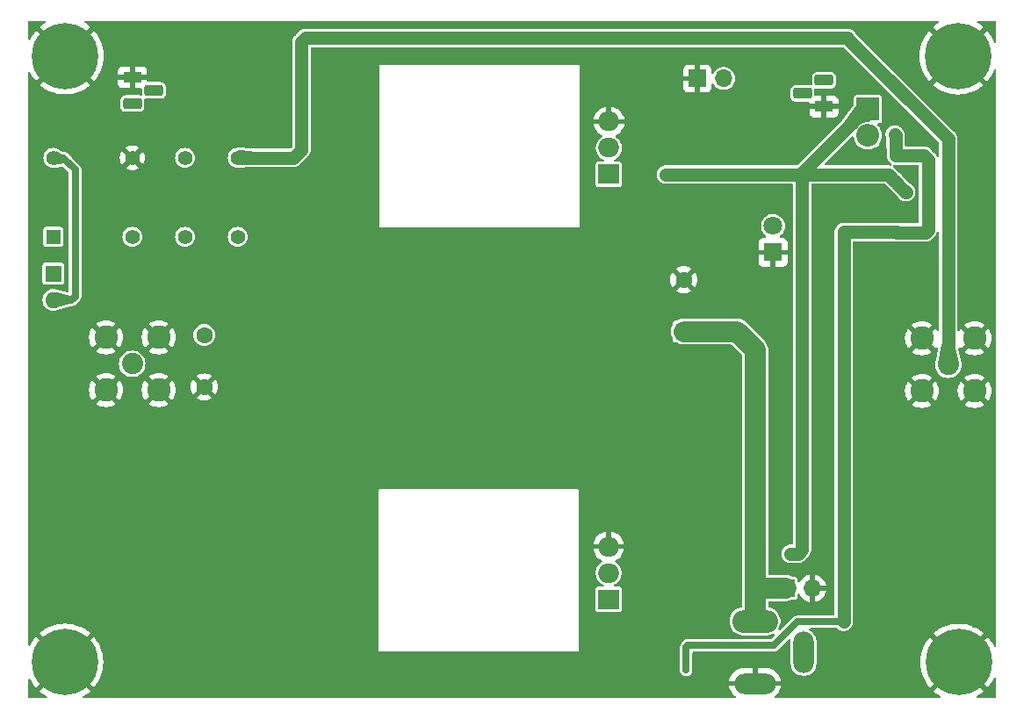
<source format=gbr>
%TF.GenerationSoftware,KiCad,Pcbnew,8.0.0~rc3-9622918c31~176~ubuntu22.04.1*%
%TF.CreationDate,2024-02-20T19:33:40+05:30*%
%TF.ProjectId,digital-amp,64696769-7461-46c2-9d61-6d702e6b6963,rev?*%
%TF.SameCoordinates,Original*%
%TF.FileFunction,Copper,L2,Bot*%
%TF.FilePolarity,Positive*%
%FSLAX46Y46*%
G04 Gerber Fmt 4.6, Leading zero omitted, Abs format (unit mm)*
G04 Created by KiCad (PCBNEW 8.0.0~rc3-9622918c31~176~ubuntu22.04.1) date 2024-02-20 19:33:40*
%MOMM*%
%LPD*%
G01*
G04 APERTURE LIST*
G04 Aperture macros list*
%AMRoundRect*
0 Rectangle with rounded corners*
0 $1 Rounding radius*
0 $2 $3 $4 $5 $6 $7 $8 $9 X,Y pos of 4 corners*
0 Add a 4 corners polygon primitive as box body*
4,1,4,$2,$3,$4,$5,$6,$7,$8,$9,$2,$3,0*
0 Add four circle primitives for the rounded corners*
1,1,$1+$1,$2,$3*
1,1,$1+$1,$4,$5*
1,1,$1+$1,$6,$7*
1,1,$1+$1,$8,$9*
0 Add four rect primitives between the rounded corners*
20,1,$1+$1,$2,$3,$4,$5,0*
20,1,$1+$1,$4,$5,$6,$7,0*
20,1,$1+$1,$6,$7,$8,$9,0*
20,1,$1+$1,$8,$9,$2,$3,0*%
G04 Aperture macros list end*
%TA.AperFunction,ComponentPad*%
%ADD10R,1.600000X1.600000*%
%TD*%
%TA.AperFunction,ComponentPad*%
%ADD11O,1.600000X1.600000*%
%TD*%
%TA.AperFunction,ComponentPad*%
%ADD12R,1.400000X1.400000*%
%TD*%
%TA.AperFunction,ComponentPad*%
%ADD13C,1.400000*%
%TD*%
%TA.AperFunction,ComponentPad*%
%ADD14C,0.800000*%
%TD*%
%TA.AperFunction,ComponentPad*%
%ADD15C,6.400000*%
%TD*%
%TA.AperFunction,ComponentPad*%
%ADD16C,2.050000*%
%TD*%
%TA.AperFunction,ComponentPad*%
%ADD17C,2.250000*%
%TD*%
%TA.AperFunction,ComponentPad*%
%ADD18R,1.800000X1.100000*%
%TD*%
%TA.AperFunction,ComponentPad*%
%ADD19RoundRect,0.275000X0.625000X-0.275000X0.625000X0.275000X-0.625000X0.275000X-0.625000X-0.275000X0*%
%TD*%
%TA.AperFunction,ComponentPad*%
%ADD20RoundRect,0.275000X-0.625000X0.275000X-0.625000X-0.275000X0.625000X-0.275000X0.625000X0.275000X0*%
%TD*%
%TA.AperFunction,ComponentPad*%
%ADD21C,1.600000*%
%TD*%
%TA.AperFunction,ComponentPad*%
%ADD22R,2.200000X2.200000*%
%TD*%
%TA.AperFunction,ComponentPad*%
%ADD23O,2.200000X2.200000*%
%TD*%
%TA.AperFunction,ComponentPad*%
%ADD24R,2.000000X1.905000*%
%TD*%
%TA.AperFunction,ComponentPad*%
%ADD25O,2.000000X1.905000*%
%TD*%
%TA.AperFunction,ComponentPad*%
%ADD26R,1.700000X1.700000*%
%TD*%
%TA.AperFunction,ComponentPad*%
%ADD27O,1.700000X1.700000*%
%TD*%
%TA.AperFunction,ComponentPad*%
%ADD28R,1.800000X1.800000*%
%TD*%
%TA.AperFunction,ComponentPad*%
%ADD29C,1.800000*%
%TD*%
%TA.AperFunction,ComponentPad*%
%ADD30O,4.400000X2.200000*%
%TD*%
%TA.AperFunction,ComponentPad*%
%ADD31O,4.000000X2.000000*%
%TD*%
%TA.AperFunction,ComponentPad*%
%ADD32O,2.000000X4.000000*%
%TD*%
%TA.AperFunction,ViaPad*%
%ADD33C,0.600000*%
%TD*%
%TA.AperFunction,Conductor*%
%ADD34C,2.000000*%
%TD*%
%TA.AperFunction,Conductor*%
%ADD35C,1.250000*%
%TD*%
%TA.AperFunction,Conductor*%
%ADD36C,0.700000*%
%TD*%
G04 APERTURE END LIST*
D10*
%TO.P,D2,1,K*%
%TO.N,+5V*%
X-29450000Y-15410000D03*
D11*
%TO.P,D2,2,A*%
%TO.N,Net-(D2-A)*%
X-29450000Y-17950000D03*
%TD*%
D12*
%TO.P,K1,1*%
%TO.N,+5V*%
X-29460000Y-11860000D03*
D13*
%TO.P,K1,4*%
%TO.N,ANTENNA*%
X-21840000Y-11860000D03*
%TO.P,K1,6*%
%TO.N,Rig1*%
X-16760000Y-11860000D03*
%TO.P,K1,8*%
%TO.N,RF_OUT*%
X-11680000Y-11860000D03*
%TO.P,K1,9*%
%TO.N,Rig1*%
X-11680000Y-4240000D03*
%TO.P,K1,11*%
%TO.N,unconnected-(K1-Pad11)*%
X-16760000Y-4240000D03*
%TO.P,K1,13*%
%TO.N,GND*%
X-21840000Y-4240000D03*
%TO.P,K1,16*%
%TO.N,Net-(D2-A)*%
X-29460000Y-4240000D03*
%TD*%
D14*
%TO.P,H1,1,1*%
%TO.N,GND*%
X-30720000Y5580000D03*
X-30017056Y7277056D03*
X-30017056Y3882944D03*
X-28320000Y7980000D03*
D15*
X-28320000Y5580000D03*
D14*
X-28320000Y3180000D03*
X-26622944Y7277056D03*
X-26622944Y3882944D03*
X-25920000Y5580000D03*
%TD*%
D16*
%TO.P,RF1,1,In*%
%TO.N,ANTENNA*%
X-21850000Y-24110000D03*
D17*
%TO.P,RF1,2,Ext*%
%TO.N,GND*%
X-19310000Y-26650000D03*
X-19310000Y-21570000D03*
X-24390000Y-26650000D03*
X-24390000Y-21570000D03*
%TD*%
D16*
%TO.P,IN1,1,In*%
%TO.N,Rig1*%
X56820000Y-24200000D03*
D17*
%TO.P,IN1,2,Ext*%
%TO.N,GND*%
X54280000Y-21660000D03*
X54280000Y-26740000D03*
X59360000Y-21660000D03*
X59360000Y-26740000D03*
%TD*%
D18*
%TO.P,Q2,1,E*%
%TO.N,GND*%
X44840000Y700000D03*
D19*
%TO.P,Q2,2,B*%
%TO.N,Net-(Q2-B)*%
X42770000Y1970000D03*
%TO.P,Q2,3,C*%
%TO.N,Net-(D3-A)*%
X44840000Y3240000D03*
%TD*%
D18*
%TO.P,Q5,1,E*%
%TO.N,GND*%
X-21830000Y3530000D03*
D20*
%TO.P,Q5,2,B*%
%TO.N,Net-(Q5-B)*%
X-19760000Y2260000D03*
%TO.P,Q5,3,C*%
%TO.N,Net-(D2-A)*%
X-21830000Y990000D03*
%TD*%
D14*
%TO.P,H4,1,1*%
%TO.N,GND*%
X55427056Y-52887056D03*
X56130000Y-51190000D03*
X56130000Y-54584112D03*
X57827056Y-50487056D03*
D15*
X57827056Y-52887056D03*
D14*
X57827056Y-55287056D03*
X59524112Y-51190000D03*
X59524112Y-54584112D03*
X60227056Y-52887056D03*
%TD*%
%TO.P,H2,1,1*%
%TO.N,GND*%
X55367056Y5567056D03*
X56070000Y7264112D03*
X56070000Y3870000D03*
X57767056Y7967056D03*
D15*
X57767056Y5567056D03*
D14*
X57767056Y3167056D03*
X59464112Y7264112D03*
X59464112Y3870000D03*
X60167056Y5567056D03*
%TD*%
D10*
%TO.P,C7,1*%
%TO.N,+VDC*%
X31325000Y-21000000D03*
D21*
%TO.P,C7,2*%
%TO.N,GND*%
X31325000Y-16000000D03*
%TD*%
D14*
%TO.P,H3,1,1*%
%TO.N,GND*%
X-30747056Y-52882944D03*
X-30044112Y-51185888D03*
X-30044112Y-54580000D03*
X-28347056Y-50482944D03*
D15*
X-28347056Y-52882944D03*
D14*
X-28347056Y-55282944D03*
X-26650000Y-51185888D03*
X-26650000Y-54580000D03*
X-25947056Y-52882944D03*
%TD*%
D21*
%TO.P,C10,1*%
%TO.N,GND*%
X-14910000Y-26340000D03*
%TO.P,C10,2*%
%TO.N,Net-(T1-S2)*%
X-14910000Y-21340000D03*
%TD*%
D22*
%TO.P,D5,1,K*%
%TO.N,11.5V*%
X49078234Y443234D03*
D23*
%TO.P,D5,2,A*%
%TO.N,Net-(D5-A)*%
X49078234Y-2096766D03*
%TD*%
D24*
%TO.P,Q4,1,G*%
%TO.N,Net-(Q4-G)*%
X24080000Y-46810000D03*
D25*
%TO.P,Q4,2,D*%
%TO.N,Net-(Q4-D)*%
X24080000Y-44270000D03*
%TO.P,Q4,3,S*%
%TO.N,GND*%
X24080000Y-41730000D03*
%TD*%
D26*
%TO.P,PTT1,1,Pin_1*%
%TO.N,GND*%
X32625000Y3400000D03*
D27*
%TO.P,PTT1,2,Pin_2*%
%TO.N,PTT*%
X35165000Y3400000D03*
%TD*%
D28*
%TO.P,D4,1*%
%TO.N,GND*%
X39925000Y-13365000D03*
D29*
%TO.P,D4,2*%
%TO.N,Net-(D4-Pad2)*%
X39925000Y-10825000D03*
%TD*%
D24*
%TO.P,Q3,1,G*%
%TO.N,Net-(Q3-G)*%
X24100000Y-5830000D03*
D25*
%TO.P,Q3,2,D*%
%TO.N,Net-(Q3-D)*%
X24100000Y-3290000D03*
%TO.P,Q3,3,S*%
%TO.N,GND*%
X24100000Y-750000D03*
%TD*%
D26*
%TO.P,J1,1,Pin_1*%
%TO.N,+VDC*%
X41175000Y-45735000D03*
D27*
%TO.P,J1,2,Pin_2*%
%TO.N,GND*%
X43715000Y-45735000D03*
%TD*%
D30*
%TO.P,Power1,1*%
%TO.N,+VDC*%
X38180000Y-48940000D03*
D31*
%TO.P,Power1,2*%
%TO.N,GND*%
X38180000Y-54940000D03*
D32*
%TO.P,Power1,3*%
%TO.N,unconnected-(Power1-Pad3)*%
X42880000Y-51940000D03*
%TD*%
D33*
%TO.N,GND*%
X33990000Y-13725000D03*
X-6650000Y-44205000D03*
X51770000Y-21345000D03*
X-11730000Y-46745000D03*
X-29510000Y-8645000D03*
X9720000Y-35225000D03*
X-19350000Y-31505000D03*
X-16810000Y-31505000D03*
X-24430000Y-34045000D03*
X-19350000Y-3565000D03*
X-16810000Y-1025000D03*
X-1570000Y-49285000D03*
X54310000Y-28965000D03*
X51770000Y-26425000D03*
X-16810000Y-34045000D03*
X-19350000Y-16265000D03*
X-1570000Y-44205000D03*
X-21890000Y-1025000D03*
X57670000Y-43280000D03*
X-19350000Y-34045000D03*
X-6650000Y-8645000D03*
X-24430000Y-23885000D03*
X-16810000Y-39125000D03*
X-11730000Y-39125000D03*
X37710000Y-17325000D03*
X57640000Y-40660000D03*
X7575000Y-52490000D03*
X-4110000Y-39125000D03*
X33990000Y-34045000D03*
X23830000Y-51825000D03*
X36530000Y-11185000D03*
X14750000Y5340000D03*
X-16810000Y-21345000D03*
X-16810000Y-23885000D03*
X-1570000Y-41665000D03*
X23830000Y1515000D03*
X48985000Y-52010000D03*
X51770000Y-28965000D03*
X-9190000Y-16265000D03*
X58520000Y-45010000D03*
X-11730000Y-1025000D03*
X-21890000Y-54365000D03*
X57670000Y-44120000D03*
X-4110000Y-3565000D03*
X56820000Y-44110000D03*
X56850000Y-28965000D03*
X-19350000Y-13725000D03*
X-19350000Y-8645000D03*
X58460000Y-42370000D03*
X-6650000Y-11185000D03*
X56830000Y-45050000D03*
X-11730000Y-51825000D03*
X51525000Y-52010000D03*
X-19350000Y-28965000D03*
X-24430000Y-46745000D03*
X-1570000Y4055000D03*
X12210000Y5340000D03*
X970000Y-46745000D03*
X970000Y-51825000D03*
X40250000Y-22405000D03*
X33990000Y-46745000D03*
X-21890000Y-28965000D03*
X-14270000Y4055000D03*
X19575000Y-12075000D03*
X-29510000Y-28965000D03*
X58450000Y-40670000D03*
X-29510000Y-31505000D03*
X56800000Y-41590000D03*
X-4110000Y4055000D03*
X-1570000Y-1025000D03*
X57650000Y-42360000D03*
X-4110000Y-8645000D03*
X970000Y1515000D03*
X-21890000Y6595000D03*
X28910000Y-13725000D03*
X-1570000Y-46745000D03*
X-4110000Y-11185000D03*
X57660000Y-41580000D03*
X-16810000Y6595000D03*
X-24430000Y-3565000D03*
X23830000Y-31505000D03*
X-29510000Y-39125000D03*
X26370000Y-31505000D03*
X-4110000Y-44205000D03*
X57690000Y-45040000D03*
X-4110000Y-46745000D03*
X31450000Y-31505000D03*
X-29510000Y-26425000D03*
X970000Y-11185000D03*
X-26970000Y-46745000D03*
X58480000Y-44130000D03*
X-9190000Y-31505000D03*
X28910000Y-51825000D03*
X33990000Y-49285000D03*
X-9190000Y-8645000D03*
X54360000Y-38200000D03*
X56850000Y-26425000D03*
X-29510000Y-6105000D03*
X-19350000Y-1025000D03*
X-4110000Y-1025000D03*
X-19350000Y-36585000D03*
X19740000Y-52440000D03*
X-19350000Y-39125000D03*
X28910000Y1515000D03*
X2100000Y-35225000D03*
X-26970000Y-1025000D03*
X-29510000Y-46745000D03*
X970000Y-3565000D03*
X14660000Y-52440000D03*
X48985000Y-54550000D03*
X-6650000Y-36585000D03*
X33990000Y-39125000D03*
X-19350000Y4055000D03*
X49230000Y-44205000D03*
X44150000Y-16265000D03*
X23830000Y4055000D03*
X-1570000Y-51825000D03*
X33990000Y-44205000D03*
X44150000Y-11185000D03*
X-16810000Y-6105000D03*
X-11730000Y-34045000D03*
X10205000Y5290000D03*
X-14270000Y-31505000D03*
X12120000Y-52440000D03*
X59390000Y-23885000D03*
X28910000Y-31505000D03*
X-24430000Y4055000D03*
X11725000Y-35175000D03*
X-29510000Y-23885000D03*
X37710000Y-19865000D03*
X51820000Y-35660000D03*
X4870000Y-12125000D03*
X2495000Y-52490000D03*
X-29510000Y-21345000D03*
X-24430000Y-51825000D03*
X-4110000Y1515000D03*
X-24430000Y-13725000D03*
X54360000Y-35660000D03*
X10115000Y-52490000D03*
X4640000Y-35225000D03*
X56900000Y-38200000D03*
X-4110000Y-49285000D03*
X-19350000Y-18805000D03*
X-26970000Y-39125000D03*
X31450000Y-34045000D03*
X-9190000Y-13725000D03*
X7180000Y-35225000D03*
X-9190000Y-46745000D03*
X-11730000Y-49285000D03*
X56790000Y-40650000D03*
X36530000Y-34045000D03*
X59390000Y-28965000D03*
X-9190000Y-44205000D03*
X33990000Y-11185000D03*
X33990000Y-28965000D03*
X-1570000Y1515000D03*
X49230000Y-41665000D03*
X-11730000Y-41665000D03*
X970000Y-49285000D03*
X-24430000Y-8645000D03*
X59390000Y-13725000D03*
X-16810000Y-28965000D03*
X44150000Y-13725000D03*
X-6650000Y-39125000D03*
X-4110000Y-6105000D03*
X26370000Y-1025000D03*
X-4110000Y-51825000D03*
X-14270000Y-36585000D03*
X-6650000Y-46745000D03*
X-6650000Y-51825000D03*
X51770000Y-18805000D03*
X-9190000Y-49285000D03*
X-9190000Y-11185000D03*
X-19350000Y-23885000D03*
X-24430000Y-28965000D03*
X46445000Y-54550000D03*
X-11730000Y-36585000D03*
X14495000Y-12075000D03*
X19345000Y-35175000D03*
X33990000Y-41665000D03*
X970000Y-6105000D03*
X54310000Y-18805000D03*
X-11730000Y-8645000D03*
X11955000Y-12075000D03*
X26370000Y1515000D03*
X-16810000Y-18805000D03*
X970000Y-41665000D03*
X-26970000Y-3565000D03*
X-11730000Y-44205000D03*
X970000Y-36585000D03*
X-9190000Y-6105000D03*
X-16810000Y-26425000D03*
X5035000Y-52490000D03*
X-9190000Y-1025000D03*
X-11730000Y-31505000D03*
X54310000Y-46745000D03*
X23830000Y-49285000D03*
X40250000Y-17325000D03*
X2585000Y5290000D03*
X-19350000Y-11185000D03*
X7410000Y-12125000D03*
X26370000Y4055000D03*
X-14270000Y-1025000D03*
X970000Y-1025000D03*
X-4110000Y-41665000D03*
X56810000Y-43290000D03*
X970000Y-39125000D03*
X-16810000Y4055000D03*
X-1570000Y-11185000D03*
X28910000Y-36585000D03*
X-19350000Y-6105000D03*
X-14270000Y6595000D03*
X-14270000Y-11185000D03*
X-19350000Y6595000D03*
X970000Y4055000D03*
X31450000Y-36585000D03*
X-24430000Y6595000D03*
X-9190000Y-51825000D03*
X-1570000Y-3565000D03*
X59390000Y-49285000D03*
X58500000Y-43250000D03*
X-14270000Y-34045000D03*
X-24430000Y-11185000D03*
X59390000Y-16265000D03*
X19830000Y5340000D03*
X16805000Y-35175000D03*
X14265000Y-35175000D03*
X7665000Y5290000D03*
X-21890000Y-6105000D03*
X31450000Y-13725000D03*
X-16810000Y-36585000D03*
X-24430000Y-39125000D03*
X-16810000Y-13725000D03*
X-6650000Y-6105000D03*
X-24430000Y-1025000D03*
X36530000Y-36585000D03*
X26370000Y-16265000D03*
X-11730000Y-28965000D03*
X-14270000Y-3565000D03*
X-14270000Y-39125000D03*
X-6650000Y-49285000D03*
X-9190000Y-39125000D03*
X56900000Y-35660000D03*
X-29510000Y-34045000D03*
X46445000Y-52010000D03*
X36530000Y-13725000D03*
X-21890000Y-26425000D03*
X-14270000Y-49285000D03*
X-1570000Y-36585000D03*
X-1570000Y-39125000D03*
X17290000Y5340000D03*
X-24430000Y-49285000D03*
X51820000Y-38200000D03*
X-26970000Y-34045000D03*
X-21890000Y-8645000D03*
X33990000Y-36585000D03*
X-29510000Y-36585000D03*
X5125000Y5290000D03*
X-1570000Y-6105000D03*
X9950000Y-12125000D03*
X44150000Y-18805000D03*
X40250000Y-19865000D03*
X-9190000Y-36585000D03*
X2330000Y-12125000D03*
X-9190000Y-23885000D03*
X-1570000Y-8645000D03*
X-24430000Y-54365000D03*
X-4110000Y-36585000D03*
X59390000Y-18805000D03*
X-14270000Y-28965000D03*
X970000Y-8645000D03*
X51770000Y6595000D03*
X-9190000Y-34045000D03*
X970000Y-44205000D03*
X28910000Y4055000D03*
X17200000Y-52440000D03*
X-16750000Y-15770000D03*
X56800000Y-42350000D03*
X-9190000Y-41665000D03*
X-24430000Y-6105000D03*
X-6650000Y-41665000D03*
X26370000Y-13725000D03*
X51525000Y-54550000D03*
X17035000Y-12075000D03*
X58490000Y-41550000D03*
X31800000Y-45875000D03*
%TO.N,+VDC*%
X38930000Y-31380000D03*
X38930000Y-30750000D03*
X37540000Y-31390000D03*
X37540000Y-30760000D03*
X38575000Y-41000000D03*
X38900000Y-30020000D03*
X38230000Y-31400000D03*
X37650000Y-40125000D03*
X38200000Y-30040000D03*
X37510000Y-29280000D03*
X38230000Y-30770000D03*
X37675000Y-40975000D03*
X38550000Y-40150000D03*
X37510000Y-30030000D03*
X38200000Y-29290000D03*
X38900000Y-29270000D03*
%TO.N,11.5V*%
X30375000Y-5825000D03*
X41600000Y-42525000D03*
X29575000Y-5850000D03*
X42575000Y-42525000D03*
%TO.N,+12V*%
X51700000Y-2550000D03*
X51700000Y-1850000D03*
X31550000Y-53650000D03*
X31550000Y-52700000D03*
X46750000Y-48000000D03*
X46750000Y-49000000D03*
X46750000Y-47000000D03*
X51725000Y-3325000D03*
%TD*%
D34*
%TO.N,+VDC*%
X38200000Y-45730000D02*
X38205000Y-45735000D01*
X38200000Y-29290000D02*
X38200000Y-22750000D01*
X38205000Y-45735000D02*
X41175000Y-45735000D01*
X38200000Y-22750000D02*
X36450000Y-21000000D01*
X38200000Y-48047821D02*
X38200000Y-45730000D01*
X38200000Y-45730000D02*
X38200000Y-29290000D01*
X36450000Y-21000000D02*
X31325000Y-21000000D01*
D35*
%TO.N,11.5V*%
X42325000Y-42425000D02*
X41600000Y-42425000D01*
X52225000Y-7025000D02*
X52725000Y-7525000D01*
X42725000Y-7775000D02*
X42725000Y-42025000D01*
X42725000Y-7775000D02*
X42725000Y-5741781D01*
X51050000Y-5850000D02*
X51625000Y-6425000D01*
X42350000Y-5850000D02*
X42725000Y-6225000D01*
X42725000Y-6225000D02*
X42725000Y-7775000D01*
X51625000Y-6425000D02*
X51650000Y-6425000D01*
X42725000Y-42025000D02*
X42325000Y-42425000D01*
X52725000Y-7550000D02*
X52750000Y-7550000D01*
X42725000Y-5741781D02*
X48910015Y443234D01*
X52750000Y-7550000D02*
X52600000Y-7400000D01*
X42350000Y-5850000D02*
X51050000Y-5850000D01*
X51650000Y-6450000D02*
X52225000Y-7025000D01*
X29575000Y-5850000D02*
X42350000Y-5850000D01*
%TO.N,+12V*%
X51675000Y-2000000D02*
X51750000Y-2075000D01*
X54875000Y-4425000D02*
X54475000Y-4025000D01*
X51875000Y-11425000D02*
X54625000Y-11425000D01*
D36*
X42253202Y-49000000D02*
X39993202Y-51260000D01*
X31550000Y-52700000D02*
X31550000Y-53650000D01*
D35*
X51775000Y-4025000D02*
X51775000Y-2100000D01*
D36*
X31730000Y-51260000D02*
X31550000Y-51440000D01*
D35*
X46750000Y-48000000D02*
X46750000Y-47000000D01*
X54875000Y-11175000D02*
X54875000Y-4425000D01*
X54475000Y-4025000D02*
X51775000Y-4025000D01*
X51775000Y-2100000D02*
X51650000Y-1975000D01*
X46750000Y-47000000D02*
X46750000Y-11400000D01*
D36*
X46750000Y-49000000D02*
X42253202Y-49000000D01*
D35*
X46750000Y-49000000D02*
X46750000Y-48000000D01*
X51750000Y-2075000D02*
X51750000Y-3200000D01*
D36*
X31550000Y-51440000D02*
X31550000Y-52700000D01*
D35*
X51650000Y-1975000D02*
X51675000Y-2000000D01*
X46750000Y-11400000D02*
X51850000Y-11400000D01*
X51850000Y-11400000D02*
X51875000Y-11425000D01*
D36*
X39993202Y-51260000D02*
X31730000Y-51260000D01*
D35*
X54625000Y-11425000D02*
X54875000Y-11175000D01*
%TO.N,Rig1*%
X-5530000Y-3490000D02*
X-6280000Y-4240000D01*
X56820000Y-2410000D02*
X47130000Y7280000D01*
X-5150000Y7300000D02*
X-5530000Y6920000D01*
X-6280000Y-4240000D02*
X-11680000Y-4240000D01*
X47130000Y7300000D02*
X-5150000Y7300000D01*
X47130000Y7280000D02*
X47130000Y7300000D01*
X-5530000Y6920000D02*
X-5530000Y-3490000D01*
X56820000Y-24200000D02*
X56820000Y-2410000D01*
D36*
%TO.N,Net-(D2-A)*%
X-29460000Y-4240000D02*
X-28510000Y-4240000D01*
X-27700000Y-17950000D02*
X-29450000Y-17950000D01*
X-27350000Y-5400000D02*
X-27350000Y-17600000D01*
X-28510000Y-4240000D02*
X-27350000Y-5400000D01*
X-27350000Y-17600000D02*
X-27700000Y-17950000D01*
%TD*%
%TA.AperFunction,Conductor*%
%TO.N,GND*%
G36*
X-30256052Y-54438386D02*
G01*
X-30294112Y-54530272D01*
X-30294112Y-54629728D01*
X-30256052Y-54721614D01*
X-30185726Y-54791940D01*
X-30093840Y-54830000D01*
X-29994384Y-54830000D01*
X-29902502Y-54791941D01*
X-30782408Y-55671847D01*
X-30782407Y-55671848D01*
X-30524850Y-55880412D01*
X-30199600Y-56091633D01*
X-30124272Y-56130015D01*
X-30073476Y-56177989D01*
X-30056681Y-56245810D01*
X-30079218Y-56311945D01*
X-30133933Y-56355397D01*
X-30180567Y-56364500D01*
X-31770500Y-56364500D01*
X-31837539Y-56344815D01*
X-31883294Y-56292011D01*
X-31894500Y-56240500D01*
X-31894500Y-54587141D01*
X-31874815Y-54520102D01*
X-31822011Y-54474347D01*
X-31752853Y-54464403D01*
X-31689297Y-54493428D01*
X-31660015Y-54530847D01*
X-31555749Y-54735482D01*
X-31555748Y-54735485D01*
X-31344525Y-55060737D01*
X-31135961Y-55318294D01*
X-31135960Y-55318294D01*
X-30256052Y-54438386D01*
G37*
%TD.AperFunction*%
%TA.AperFunction,Conductor*%
G36*
X55884388Y8964815D02*
G01*
X55930143Y8912011D01*
X55940087Y8842853D01*
X55911062Y8779297D01*
X55884885Y8756505D01*
X55589258Y8564522D01*
X55331704Y8355961D01*
X55331704Y8355960D01*
X56211611Y7476054D01*
X56119728Y7514112D01*
X56020272Y7514112D01*
X55928386Y7476052D01*
X55858060Y7405726D01*
X55820000Y7313840D01*
X55820000Y7214384D01*
X55858058Y7122502D01*
X54978152Y8002408D01*
X54978151Y8002408D01*
X54769587Y7744850D01*
X54558366Y7419600D01*
X54382300Y7074051D01*
X54243318Y6711993D01*
X54142943Y6337387D01*
X54142942Y6337380D01*
X54082275Y5954344D01*
X54061978Y5567057D01*
X54061978Y5567056D01*
X54082275Y5179769D01*
X54142942Y4796733D01*
X54142943Y4796726D01*
X54243318Y4422120D01*
X54382300Y4060062D01*
X54558366Y3714513D01*
X54769587Y3389263D01*
X54978151Y3131706D01*
X54978152Y3131706D01*
X55858060Y4011614D01*
X55820000Y3919728D01*
X55820000Y3820272D01*
X55858060Y3728386D01*
X55928386Y3658060D01*
X56020272Y3620000D01*
X56119728Y3620000D01*
X56211610Y3658059D01*
X55331704Y2778153D01*
X55331705Y2778152D01*
X55589262Y2569588D01*
X55914512Y2358367D01*
X56260061Y2182301D01*
X56622119Y2043319D01*
X56996725Y1942944D01*
X56996732Y1942943D01*
X57379768Y1882276D01*
X57767055Y1861978D01*
X57767057Y1861978D01*
X58154343Y1882276D01*
X58537379Y1942943D01*
X58537386Y1942944D01*
X58911992Y2043319D01*
X59274050Y2182301D01*
X59619599Y2358367D01*
X59944839Y2569580D01*
X59944841Y2569581D01*
X60202405Y2778154D01*
X59322499Y3658060D01*
X59414384Y3620000D01*
X59513840Y3620000D01*
X59605726Y3658060D01*
X59676052Y3728386D01*
X59714112Y3820272D01*
X59714112Y3919728D01*
X59676052Y4011613D01*
X60555958Y3131707D01*
X60764531Y3389271D01*
X60764532Y3389273D01*
X60975745Y3714513D01*
X61151811Y4060062D01*
X61204736Y4197935D01*
X61247138Y4253467D01*
X61312832Y4277260D01*
X61380960Y4261758D01*
X61429893Y4211885D01*
X61444500Y4153497D01*
X61444500Y-51320241D01*
X61424815Y-51387280D01*
X61372011Y-51433035D01*
X61302853Y-51442979D01*
X61239297Y-51413954D01*
X61210015Y-51376536D01*
X61035745Y-51034512D01*
X60824524Y-50709262D01*
X60615960Y-50451705D01*
X60615959Y-50451704D01*
X59736053Y-51331609D01*
X59774112Y-51239728D01*
X59774112Y-51140272D01*
X59736052Y-51048386D01*
X59665726Y-50978060D01*
X59573840Y-50940000D01*
X59474384Y-50940000D01*
X59382499Y-50978059D01*
X60262406Y-50098152D01*
X60262406Y-50098151D01*
X60004849Y-49889587D01*
X59679599Y-49678366D01*
X59334050Y-49502300D01*
X58971992Y-49363318D01*
X58597386Y-49262943D01*
X58597379Y-49262942D01*
X58214343Y-49202275D01*
X57827057Y-49181978D01*
X57827055Y-49181978D01*
X57439768Y-49202275D01*
X57056732Y-49262942D01*
X57056725Y-49262943D01*
X56682119Y-49363318D01*
X56320061Y-49502300D01*
X55974512Y-49678366D01*
X55649262Y-49889587D01*
X55391704Y-50098151D01*
X55391704Y-50098152D01*
X56271611Y-50978058D01*
X56179728Y-50940000D01*
X56080272Y-50940000D01*
X55988386Y-50978060D01*
X55918060Y-51048386D01*
X55880000Y-51140272D01*
X55880000Y-51239728D01*
X55918058Y-51331610D01*
X55038152Y-50451704D01*
X55038151Y-50451704D01*
X54829587Y-50709262D01*
X54618366Y-51034512D01*
X54442300Y-51380061D01*
X54303318Y-51742119D01*
X54202943Y-52116725D01*
X54202942Y-52116732D01*
X54142275Y-52499768D01*
X54121978Y-52887055D01*
X54121978Y-52887056D01*
X54142275Y-53274343D01*
X54202942Y-53657379D01*
X54202943Y-53657386D01*
X54303318Y-54031992D01*
X54442300Y-54394050D01*
X54618366Y-54739599D01*
X54829587Y-55064849D01*
X55038151Y-55322406D01*
X55038152Y-55322406D01*
X55918060Y-54442498D01*
X55880000Y-54534384D01*
X55880000Y-54633840D01*
X55918060Y-54725726D01*
X55988386Y-54796052D01*
X56080272Y-54834112D01*
X56179728Y-54834112D01*
X56271610Y-54796053D01*
X55391704Y-55675959D01*
X55391705Y-55675960D01*
X55649262Y-55884524D01*
X55974512Y-56095745D01*
X56041770Y-56130015D01*
X56092566Y-56177989D01*
X56109361Y-56245810D01*
X56086824Y-56311945D01*
X56032109Y-56355397D01*
X55985475Y-56364500D01*
X40152929Y-56364500D01*
X40085890Y-56344815D01*
X40040135Y-56292011D01*
X40030191Y-56222853D01*
X40059216Y-56159297D01*
X40080043Y-56140182D01*
X40157185Y-56084133D01*
X40157186Y-56084133D01*
X40324133Y-55917186D01*
X40462914Y-55726171D01*
X40570102Y-55515802D01*
X40643065Y-55291247D01*
X40659102Y-55190000D01*
X39613012Y-55190000D01*
X39645925Y-55132993D01*
X39680000Y-55005826D01*
X39680000Y-54874174D01*
X39645925Y-54747007D01*
X39613012Y-54690000D01*
X40659102Y-54690000D01*
X40643065Y-54588752D01*
X40570102Y-54364197D01*
X40462914Y-54153828D01*
X40324133Y-53962813D01*
X40157186Y-53795866D01*
X39966171Y-53657085D01*
X39755802Y-53549897D01*
X39531247Y-53476934D01*
X39531248Y-53476934D01*
X39298052Y-53440000D01*
X38430000Y-53440000D01*
X38430000Y-54440000D01*
X37930000Y-54440000D01*
X37930000Y-53440000D01*
X37061948Y-53440000D01*
X36828752Y-53476934D01*
X36604197Y-53549897D01*
X36393828Y-53657085D01*
X36202813Y-53795866D01*
X36035866Y-53962813D01*
X35897085Y-54153828D01*
X35789897Y-54364197D01*
X35716934Y-54588752D01*
X35700898Y-54690000D01*
X36746988Y-54690000D01*
X36714075Y-54747007D01*
X36680000Y-54874174D01*
X36680000Y-55005826D01*
X36714075Y-55132993D01*
X36746988Y-55190000D01*
X35700898Y-55190000D01*
X35716934Y-55291247D01*
X35789897Y-55515802D01*
X35897085Y-55726171D01*
X36035866Y-55917186D01*
X36202813Y-56084133D01*
X36279957Y-56140182D01*
X36322622Y-56195512D01*
X36328601Y-56265126D01*
X36295995Y-56326921D01*
X36235156Y-56361278D01*
X36207071Y-56364500D01*
X-26513545Y-56364500D01*
X-26580584Y-56344815D01*
X-26626339Y-56292011D01*
X-26636283Y-56222853D01*
X-26607258Y-56159297D01*
X-26569840Y-56130015D01*
X-26494513Y-56091633D01*
X-26169273Y-55880420D01*
X-26169271Y-55880419D01*
X-25911707Y-55671846D01*
X-26791613Y-54791940D01*
X-26699728Y-54830000D01*
X-26600272Y-54830000D01*
X-26508386Y-54791940D01*
X-26438060Y-54721614D01*
X-26400000Y-54629728D01*
X-26400000Y-54530272D01*
X-26438060Y-54438387D01*
X-25558154Y-55318293D01*
X-25349581Y-55060729D01*
X-25349580Y-55060727D01*
X-25138367Y-54735487D01*
X-24962301Y-54389938D01*
X-24823319Y-54027880D01*
X-24722944Y-53653274D01*
X-24722943Y-53653267D01*
X-24662276Y-53270231D01*
X-24641978Y-52882944D01*
X-24641978Y-52882943D01*
X-24662276Y-52495656D01*
X-24722943Y-52112620D01*
X-24722944Y-52112613D01*
X-24802684Y-51815018D01*
X1924500Y-51815018D01*
X1935994Y-51842767D01*
X1957233Y-51864006D01*
X1984982Y-51875500D01*
X1984984Y-51875500D01*
X21115016Y-51875500D01*
X21115018Y-51875500D01*
X21142767Y-51864006D01*
X21164006Y-51842767D01*
X21175500Y-51815018D01*
X21175500Y-41980000D01*
X22601491Y-41980000D01*
X22615765Y-42070128D01*
X22686417Y-42287570D01*
X22790211Y-42491276D01*
X22924597Y-42676242D01*
X23086257Y-42837902D01*
X23271223Y-42972288D01*
X23385266Y-43030396D01*
X23436062Y-43078370D01*
X23452857Y-43146191D01*
X23430320Y-43212326D01*
X23401857Y-43241199D01*
X23341457Y-43285082D01*
X23248798Y-43352403D01*
X23248796Y-43352405D01*
X23248795Y-43352405D01*
X23114905Y-43486295D01*
X23003602Y-43639490D01*
X22917635Y-43808207D01*
X22917634Y-43808210D01*
X22859122Y-43988295D01*
X22829500Y-44175322D01*
X22829500Y-44364677D01*
X22859122Y-44551704D01*
X22917634Y-44731789D01*
X22917635Y-44731792D01*
X22984959Y-44863920D01*
X23003602Y-44900509D01*
X23114903Y-45053702D01*
X23248798Y-45187597D01*
X23401991Y-45298898D01*
X23546472Y-45372515D01*
X23597268Y-45420490D01*
X23614063Y-45488311D01*
X23591525Y-45554446D01*
X23536810Y-45597897D01*
X23490177Y-45607000D01*
X23055323Y-45607000D01*
X22982264Y-45621532D01*
X22982260Y-45621533D01*
X22899399Y-45676899D01*
X22844033Y-45759760D01*
X22844032Y-45759764D01*
X22829500Y-45832821D01*
X22829500Y-47787178D01*
X22844032Y-47860235D01*
X22844033Y-47860239D01*
X22844034Y-47860240D01*
X22899399Y-47943101D01*
X22982260Y-47998466D01*
X22982264Y-47998467D01*
X23055321Y-48012999D01*
X23055324Y-48013000D01*
X23055326Y-48013000D01*
X25104676Y-48013000D01*
X25104677Y-48012999D01*
X25177740Y-47998466D01*
X25260601Y-47943101D01*
X25315966Y-47860240D01*
X25330500Y-47787174D01*
X25330500Y-45832826D01*
X25330500Y-45832823D01*
X25330499Y-45832821D01*
X25315967Y-45759764D01*
X25315966Y-45759760D01*
X25260601Y-45676899D01*
X25177740Y-45621534D01*
X25177739Y-45621533D01*
X25177735Y-45621532D01*
X25104677Y-45607000D01*
X25104674Y-45607000D01*
X24669823Y-45607000D01*
X24602784Y-45587315D01*
X24557029Y-45534511D01*
X24547085Y-45465353D01*
X24576110Y-45401797D01*
X24613528Y-45372515D01*
X24758009Y-45298898D01*
X24911202Y-45187597D01*
X25045097Y-45053702D01*
X25156398Y-44900509D01*
X25242364Y-44731792D01*
X25300878Y-44551703D01*
X25330500Y-44364678D01*
X25330500Y-44175322D01*
X25300878Y-43988297D01*
X25242364Y-43808208D01*
X25242364Y-43808207D01*
X25189753Y-43704954D01*
X25156398Y-43639491D01*
X25045097Y-43486298D01*
X24911202Y-43352403D01*
X24825828Y-43290375D01*
X24758143Y-43241199D01*
X24715477Y-43185869D01*
X24709498Y-43116256D01*
X24742104Y-43054461D01*
X24774734Y-43030396D01*
X24888774Y-42972290D01*
X25073742Y-42837902D01*
X25235402Y-42676242D01*
X25369788Y-42491276D01*
X25473582Y-42287570D01*
X25544234Y-42070128D01*
X25558509Y-41980000D01*
X24570748Y-41980000D01*
X24592518Y-41942292D01*
X24630000Y-41802409D01*
X24630000Y-41657591D01*
X24592518Y-41517708D01*
X24570748Y-41480000D01*
X25558509Y-41480000D01*
X25544234Y-41389871D01*
X25473582Y-41172429D01*
X25369788Y-40968723D01*
X25235402Y-40783757D01*
X25073742Y-40622097D01*
X24888776Y-40487711D01*
X24685068Y-40383917D01*
X24467625Y-40313265D01*
X24467626Y-40313265D01*
X24330000Y-40291467D01*
X24330000Y-41239252D01*
X24292292Y-41217482D01*
X24152409Y-41180000D01*
X24007591Y-41180000D01*
X23867708Y-41217482D01*
X23830000Y-41239252D01*
X23830000Y-40291467D01*
X23692374Y-40313265D01*
X23474931Y-40383917D01*
X23271223Y-40487711D01*
X23086257Y-40622097D01*
X22924597Y-40783757D01*
X22790211Y-40968723D01*
X22686417Y-41172429D01*
X22615765Y-41389871D01*
X22601491Y-41480000D01*
X23589252Y-41480000D01*
X23567482Y-41517708D01*
X23530000Y-41657591D01*
X23530000Y-41802409D01*
X23567482Y-41942292D01*
X23589252Y-41980000D01*
X22601491Y-41980000D01*
X21175500Y-41980000D01*
X21175500Y-36284982D01*
X21164006Y-36257233D01*
X21142767Y-36235994D01*
X21115018Y-36224500D01*
X2015018Y-36224500D01*
X1984982Y-36224500D01*
X1957231Y-36235995D01*
X1935995Y-36257231D01*
X1935994Y-36257232D01*
X1935994Y-36257233D01*
X1924500Y-36284982D01*
X1924500Y-51815018D01*
X-24802684Y-51815018D01*
X-24823319Y-51738007D01*
X-24962301Y-51375949D01*
X-25138367Y-51030400D01*
X-25349588Y-50705150D01*
X-25558152Y-50447593D01*
X-25558153Y-50447592D01*
X-26438059Y-51327497D01*
X-26400000Y-51235616D01*
X-26400000Y-51136160D01*
X-26438060Y-51044274D01*
X-26508386Y-50973948D01*
X-26600272Y-50935888D01*
X-26699728Y-50935888D01*
X-26791613Y-50973947D01*
X-25911706Y-50094040D01*
X-25911706Y-50094039D01*
X-26169263Y-49885475D01*
X-26494513Y-49674254D01*
X-26840062Y-49498188D01*
X-27202120Y-49359206D01*
X-27576726Y-49258831D01*
X-27576733Y-49258830D01*
X-27959769Y-49198163D01*
X-28347055Y-49177866D01*
X-28347057Y-49177866D01*
X-28734344Y-49198163D01*
X-29117380Y-49258830D01*
X-29117387Y-49258831D01*
X-29491993Y-49359206D01*
X-29854051Y-49498188D01*
X-30199600Y-49674254D01*
X-30524850Y-49885475D01*
X-30782408Y-50094039D01*
X-30782408Y-50094040D01*
X-29902501Y-50973946D01*
X-29994384Y-50935888D01*
X-30093840Y-50935888D01*
X-30185726Y-50973948D01*
X-30256052Y-51044274D01*
X-30294112Y-51136160D01*
X-30294112Y-51235616D01*
X-30256054Y-51327498D01*
X-31135960Y-50447592D01*
X-31135961Y-50447592D01*
X-31344525Y-50705150D01*
X-31555746Y-51030400D01*
X-31660015Y-51235041D01*
X-31707989Y-51285837D01*
X-31775810Y-51302632D01*
X-31841945Y-51280095D01*
X-31885397Y-51225380D01*
X-31894500Y-51178746D01*
X-31894500Y-26650000D01*
X-26020025Y-26650000D01*
X-25999958Y-26904989D01*
X-25940248Y-27153702D01*
X-25842366Y-27390012D01*
X-25842364Y-27390015D01*
X-25708723Y-27608098D01*
X-25708716Y-27608107D01*
X-25705467Y-27611912D01*
X-25144116Y-27050560D01*
X-25143260Y-27052626D01*
X-25050238Y-27191844D01*
X-24931844Y-27310238D01*
X-24792626Y-27403260D01*
X-24790563Y-27404114D01*
X-25351913Y-27965465D01*
X-25348103Y-27968719D01*
X-25130016Y-28102363D01*
X-25130013Y-28102365D01*
X-24893703Y-28200247D01*
X-24644989Y-28259957D01*
X-24644990Y-28259957D01*
X-24390000Y-28280024D01*
X-24135011Y-28259957D01*
X-23886298Y-28200247D01*
X-23649988Y-28102365D01*
X-23649985Y-28102363D01*
X-23431905Y-27968724D01*
X-23431890Y-27968713D01*
X-23428089Y-27965466D01*
X-23428089Y-27965464D01*
X-23989438Y-27404114D01*
X-23987374Y-27403260D01*
X-23848156Y-27310238D01*
X-23729762Y-27191844D01*
X-23636740Y-27052626D01*
X-23635886Y-27050562D01*
X-23074536Y-27611911D01*
X-23074534Y-27611911D01*
X-23071287Y-27608110D01*
X-23071276Y-27608095D01*
X-22937637Y-27390015D01*
X-22937635Y-27390012D01*
X-22839753Y-27153702D01*
X-22780043Y-26904989D01*
X-22759976Y-26650000D01*
X-20940025Y-26650000D01*
X-20919958Y-26904989D01*
X-20860248Y-27153702D01*
X-20762366Y-27390012D01*
X-20762364Y-27390015D01*
X-20628723Y-27608098D01*
X-20628716Y-27608107D01*
X-20625467Y-27611912D01*
X-20064116Y-27050560D01*
X-20063260Y-27052626D01*
X-19970238Y-27191844D01*
X-19851844Y-27310238D01*
X-19712626Y-27403260D01*
X-19710563Y-27404114D01*
X-20271913Y-27965465D01*
X-20268103Y-27968719D01*
X-20050016Y-28102363D01*
X-20050013Y-28102365D01*
X-19813703Y-28200247D01*
X-19564989Y-28259957D01*
X-19564990Y-28259957D01*
X-19310000Y-28280024D01*
X-19055011Y-28259957D01*
X-18806298Y-28200247D01*
X-18569988Y-28102365D01*
X-18569985Y-28102363D01*
X-18351905Y-27968724D01*
X-18351890Y-27968713D01*
X-18348089Y-27965466D01*
X-18348089Y-27965464D01*
X-18909438Y-27404114D01*
X-18907374Y-27403260D01*
X-18768156Y-27310238D01*
X-18649762Y-27191844D01*
X-18556740Y-27052626D01*
X-18555886Y-27050562D01*
X-17994536Y-27611911D01*
X-17994534Y-27611911D01*
X-17991287Y-27608110D01*
X-17991276Y-27608095D01*
X-17857637Y-27390015D01*
X-17857635Y-27390012D01*
X-17759753Y-27153702D01*
X-17700043Y-26904989D01*
X-17679976Y-26650000D01*
X-17700043Y-26395010D01*
X-17713249Y-26340002D01*
X-16214966Y-26340002D01*
X-16195142Y-26566599D01*
X-16195140Y-26566610D01*
X-16136270Y-26786317D01*
X-16136265Y-26786331D01*
X-16040137Y-26992478D01*
X-15989026Y-27065472D01*
X-15310000Y-26386446D01*
X-15310000Y-26392661D01*
X-15282741Y-26494394D01*
X-15230080Y-26585606D01*
X-15155606Y-26660080D01*
X-15064394Y-26712741D01*
X-14962661Y-26740000D01*
X-14956447Y-26740000D01*
X-15635474Y-27419025D01*
X-15562487Y-27470132D01*
X-15562479Y-27470136D01*
X-15356332Y-27566264D01*
X-15356318Y-27566269D01*
X-15136611Y-27625139D01*
X-15136600Y-27625141D01*
X-14910002Y-27644966D01*
X-14909998Y-27644966D01*
X-14683401Y-27625141D01*
X-14683390Y-27625139D01*
X-14463683Y-27566269D01*
X-14463669Y-27566264D01*
X-14257522Y-27470136D01*
X-14184529Y-27419024D01*
X-14863553Y-26740000D01*
X-14857339Y-26740000D01*
X-14755606Y-26712741D01*
X-14664394Y-26660080D01*
X-14589920Y-26585606D01*
X-14537259Y-26494394D01*
X-14510000Y-26392661D01*
X-14510000Y-26386447D01*
X-13830976Y-27065471D01*
X-13779864Y-26992478D01*
X-13683736Y-26786331D01*
X-13683731Y-26786317D01*
X-13624861Y-26566610D01*
X-13624859Y-26566599D01*
X-13605034Y-26340002D01*
X-13605034Y-26339997D01*
X-13624859Y-26113400D01*
X-13624861Y-26113389D01*
X-13683731Y-25893682D01*
X-13683736Y-25893668D01*
X-13779864Y-25687521D01*
X-13779868Y-25687513D01*
X-13830975Y-25614526D01*
X-14510000Y-26293551D01*
X-14510000Y-26287339D01*
X-14537259Y-26185606D01*
X-14589920Y-26094394D01*
X-14664394Y-26019920D01*
X-14755606Y-25967259D01*
X-14857339Y-25940000D01*
X-14863552Y-25940000D01*
X-14184528Y-25260974D01*
X-14257522Y-25209863D01*
X-14463669Y-25113735D01*
X-14463683Y-25113730D01*
X-14683390Y-25054860D01*
X-14683401Y-25054858D01*
X-14909998Y-25035034D01*
X-14910002Y-25035034D01*
X-15136600Y-25054858D01*
X-15136611Y-25054860D01*
X-15356318Y-25113730D01*
X-15356327Y-25113734D01*
X-15562484Y-25209866D01*
X-15562488Y-25209868D01*
X-15635474Y-25260973D01*
X-15635474Y-25260974D01*
X-14956447Y-25940000D01*
X-14962661Y-25940000D01*
X-15064394Y-25967259D01*
X-15155606Y-26019920D01*
X-15230080Y-26094394D01*
X-15282741Y-26185606D01*
X-15310000Y-26287339D01*
X-15310000Y-26293552D01*
X-15989026Y-25614526D01*
X-15989027Y-25614526D01*
X-16040132Y-25687512D01*
X-16040134Y-25687516D01*
X-16136266Y-25893673D01*
X-16136270Y-25893682D01*
X-16195140Y-26113389D01*
X-16195142Y-26113400D01*
X-16214966Y-26339997D01*
X-16214966Y-26340002D01*
X-17713249Y-26340002D01*
X-17759753Y-26146297D01*
X-17857635Y-25909987D01*
X-17857637Y-25909984D01*
X-17991281Y-25691897D01*
X-17994535Y-25688087D01*
X-18555886Y-26249437D01*
X-18556740Y-26247374D01*
X-18649762Y-26108156D01*
X-18768156Y-25989762D01*
X-18907374Y-25896740D01*
X-18909439Y-25895884D01*
X-18348088Y-25334533D01*
X-18351893Y-25331284D01*
X-18351902Y-25331277D01*
X-18569985Y-25197636D01*
X-18569988Y-25197634D01*
X-18806298Y-25099752D01*
X-19055012Y-25040042D01*
X-19055011Y-25040042D01*
X-19310000Y-25019975D01*
X-19564990Y-25040042D01*
X-19813703Y-25099752D01*
X-20050013Y-25197634D01*
X-20050016Y-25197636D01*
X-20268107Y-25331282D01*
X-20271914Y-25334532D01*
X-19710562Y-25895884D01*
X-19712626Y-25896740D01*
X-19851844Y-25989762D01*
X-19970238Y-26108156D01*
X-20063260Y-26247374D01*
X-20064116Y-26249438D01*
X-20625468Y-25688086D01*
X-20628718Y-25691893D01*
X-20762364Y-25909984D01*
X-20762366Y-25909987D01*
X-20860248Y-26146297D01*
X-20919958Y-26395010D01*
X-20940025Y-26650000D01*
X-22759976Y-26650000D01*
X-22780043Y-26395010D01*
X-22839753Y-26146297D01*
X-22937635Y-25909987D01*
X-22937637Y-25909984D01*
X-23071281Y-25691897D01*
X-23074535Y-25688087D01*
X-23635886Y-26249437D01*
X-23636740Y-26247374D01*
X-23729762Y-26108156D01*
X-23848156Y-25989762D01*
X-23987374Y-25896740D01*
X-23989439Y-25895884D01*
X-23428088Y-25334533D01*
X-23431893Y-25331284D01*
X-23431902Y-25331277D01*
X-23649985Y-25197636D01*
X-23649988Y-25197634D01*
X-23886298Y-25099752D01*
X-24135012Y-25040042D01*
X-24135011Y-25040042D01*
X-24390000Y-25019975D01*
X-24644990Y-25040042D01*
X-24893703Y-25099752D01*
X-25130013Y-25197634D01*
X-25130016Y-25197636D01*
X-25348107Y-25331282D01*
X-25351914Y-25334532D01*
X-24790562Y-25895884D01*
X-24792626Y-25896740D01*
X-24931844Y-25989762D01*
X-25050238Y-26108156D01*
X-25143260Y-26247374D01*
X-25144116Y-26249438D01*
X-25705468Y-25688086D01*
X-25708718Y-25691893D01*
X-25842364Y-25909984D01*
X-25842366Y-25909987D01*
X-25940248Y-26146297D01*
X-25999958Y-26395010D01*
X-26020025Y-26650000D01*
X-31894500Y-26650000D01*
X-31894500Y-24110000D01*
X-23130372Y-24110000D01*
X-23110921Y-24332329D01*
X-23110919Y-24332339D01*
X-23053159Y-24547905D01*
X-23053157Y-24547909D01*
X-23053156Y-24547913D01*
X-22958835Y-24750186D01*
X-22830822Y-24933007D01*
X-22673007Y-25090822D01*
X-22490186Y-25218835D01*
X-22287913Y-25313156D01*
X-22072334Y-25370920D01*
X-21894467Y-25386481D01*
X-21850001Y-25390372D01*
X-21850000Y-25390372D01*
X-21849999Y-25390372D01*
X-21812945Y-25387130D01*
X-21627666Y-25370920D01*
X-21412087Y-25313156D01*
X-21209814Y-25218835D01*
X-21026993Y-25090822D01*
X-20869178Y-24933007D01*
X-20741165Y-24750186D01*
X-20646844Y-24547913D01*
X-20589080Y-24332334D01*
X-20569628Y-24110000D01*
X-20589080Y-23887666D01*
X-20646844Y-23672087D01*
X-20741165Y-23469814D01*
X-20869178Y-23286993D01*
X-21026993Y-23129178D01*
X-21209814Y-23001165D01*
X-21412087Y-22906844D01*
X-21412091Y-22906843D01*
X-21412095Y-22906841D01*
X-21627661Y-22849081D01*
X-21627671Y-22849079D01*
X-21849999Y-22829628D01*
X-21850001Y-22829628D01*
X-22072330Y-22849079D01*
X-22072340Y-22849081D01*
X-22287906Y-22906841D01*
X-22287913Y-22906843D01*
X-22287913Y-22906844D01*
X-22490186Y-23001165D01*
X-22673007Y-23129178D01*
X-22673009Y-23129179D01*
X-22673012Y-23129182D01*
X-22830818Y-23286988D01*
X-22830821Y-23286991D01*
X-22830822Y-23286993D01*
X-22958835Y-23469814D01*
X-23053155Y-23672085D01*
X-23053159Y-23672094D01*
X-23110919Y-23887660D01*
X-23110921Y-23887670D01*
X-23130372Y-24109999D01*
X-23130372Y-24110000D01*
X-31894500Y-24110000D01*
X-31894500Y-21570000D01*
X-26020025Y-21570000D01*
X-25999958Y-21824989D01*
X-25940248Y-22073702D01*
X-25842366Y-22310012D01*
X-25842364Y-22310015D01*
X-25708723Y-22528098D01*
X-25708716Y-22528107D01*
X-25705467Y-22531912D01*
X-25144116Y-21970560D01*
X-25143260Y-21972626D01*
X-25050238Y-22111844D01*
X-24931844Y-22230238D01*
X-24792626Y-22323260D01*
X-24790563Y-22324114D01*
X-25351913Y-22885465D01*
X-25348103Y-22888719D01*
X-25130016Y-23022363D01*
X-25130013Y-23022365D01*
X-24893703Y-23120247D01*
X-24644989Y-23179957D01*
X-24644990Y-23179957D01*
X-24390000Y-23200024D01*
X-24135011Y-23179957D01*
X-23886298Y-23120247D01*
X-23649988Y-23022365D01*
X-23649985Y-23022363D01*
X-23431905Y-22888724D01*
X-23431890Y-22888713D01*
X-23428089Y-22885466D01*
X-23428089Y-22885464D01*
X-23989438Y-22324114D01*
X-23987374Y-22323260D01*
X-23848156Y-22230238D01*
X-23729762Y-22111844D01*
X-23636740Y-21972626D01*
X-23635886Y-21970562D01*
X-23074536Y-22531911D01*
X-23074534Y-22531911D01*
X-23071287Y-22528110D01*
X-23071276Y-22528095D01*
X-22937637Y-22310015D01*
X-22937635Y-22310012D01*
X-22839753Y-22073702D01*
X-22780043Y-21824989D01*
X-22759976Y-21570000D01*
X-20940025Y-21570000D01*
X-20919958Y-21824989D01*
X-20860248Y-22073702D01*
X-20762366Y-22310012D01*
X-20762364Y-22310015D01*
X-20628723Y-22528098D01*
X-20628716Y-22528107D01*
X-20625467Y-22531912D01*
X-20064116Y-21970560D01*
X-20063260Y-21972626D01*
X-19970238Y-22111844D01*
X-19851844Y-22230238D01*
X-19712626Y-22323260D01*
X-19710563Y-22324114D01*
X-20271913Y-22885465D01*
X-20268103Y-22888719D01*
X-20050016Y-23022363D01*
X-20050013Y-23022365D01*
X-19813703Y-23120247D01*
X-19564989Y-23179957D01*
X-19564990Y-23179957D01*
X-19310000Y-23200024D01*
X-19055011Y-23179957D01*
X-18806298Y-23120247D01*
X-18569988Y-23022365D01*
X-18569985Y-23022363D01*
X-18351905Y-22888724D01*
X-18351890Y-22888713D01*
X-18348089Y-22885466D01*
X-18348089Y-22885464D01*
X-18909438Y-22324114D01*
X-18907374Y-22323260D01*
X-18768156Y-22230238D01*
X-18649762Y-22111844D01*
X-18556740Y-21972626D01*
X-18555886Y-21970562D01*
X-17994536Y-22531911D01*
X-17994534Y-22531911D01*
X-17991287Y-22528110D01*
X-17991276Y-22528095D01*
X-17857637Y-22310015D01*
X-17857635Y-22310012D01*
X-17759753Y-22073702D01*
X-17700043Y-21824989D01*
X-17679976Y-21570000D01*
X-17698076Y-21340000D01*
X-15965583Y-21340000D01*
X-15945301Y-21545932D01*
X-15945300Y-21545934D01*
X-15885232Y-21743954D01*
X-15787685Y-21926450D01*
X-15780377Y-21935355D01*
X-15656411Y-22086410D01*
X-15603250Y-22130037D01*
X-15496450Y-22217685D01*
X-15313954Y-22315232D01*
X-15115934Y-22375300D01*
X-15115935Y-22375300D01*
X-15097471Y-22377118D01*
X-14910000Y-22395583D01*
X-14704066Y-22375300D01*
X-14506046Y-22315232D01*
X-14323550Y-22217685D01*
X-14163590Y-22086410D01*
X-14032315Y-21926450D01*
X-13934768Y-21743954D01*
X-13874700Y-21545934D01*
X-13854417Y-21340000D01*
X-13874700Y-21134066D01*
X-13934768Y-20936046D01*
X-14032315Y-20753550D01*
X-14084298Y-20690209D01*
X-14163590Y-20593589D01*
X-14323548Y-20462317D01*
X-14323547Y-20462317D01*
X-14323550Y-20462315D01*
X-14506046Y-20364768D01*
X-14704066Y-20304700D01*
X-14704068Y-20304699D01*
X-14704066Y-20304699D01*
X-14910000Y-20284417D01*
X-15115933Y-20304699D01*
X-15313957Y-20364769D01*
X-15424102Y-20423643D01*
X-15496450Y-20462315D01*
X-15496452Y-20462316D01*
X-15496453Y-20462317D01*
X-15656411Y-20593589D01*
X-15787683Y-20753547D01*
X-15885231Y-20936043D01*
X-15885232Y-20936045D01*
X-15885232Y-20936046D01*
X-15892102Y-20958692D01*
X-15945301Y-21134067D01*
X-15965583Y-21340000D01*
X-17698076Y-21340000D01*
X-17700043Y-21315010D01*
X-17759753Y-21066297D01*
X-17857635Y-20829987D01*
X-17857637Y-20829984D01*
X-17991281Y-20611897D01*
X-17994535Y-20608087D01*
X-18555886Y-21169437D01*
X-18556740Y-21167374D01*
X-18649762Y-21028156D01*
X-18768156Y-20909762D01*
X-18907374Y-20816740D01*
X-18909439Y-20815884D01*
X-18348088Y-20254533D01*
X-18351893Y-20251284D01*
X-18351902Y-20251277D01*
X-18569985Y-20117636D01*
X-18569988Y-20117634D01*
X-18806298Y-20019752D01*
X-19055012Y-19960042D01*
X-19055011Y-19960042D01*
X-19310000Y-19939975D01*
X-19564990Y-19960042D01*
X-19813703Y-20019752D01*
X-20050013Y-20117634D01*
X-20050016Y-20117636D01*
X-20268107Y-20251282D01*
X-20271914Y-20254532D01*
X-19710562Y-20815884D01*
X-19712626Y-20816740D01*
X-19851844Y-20909762D01*
X-19970238Y-21028156D01*
X-20063260Y-21167374D01*
X-20064116Y-21169438D01*
X-20625468Y-20608086D01*
X-20628718Y-20611893D01*
X-20762364Y-20829984D01*
X-20762366Y-20829987D01*
X-20860248Y-21066297D01*
X-20919958Y-21315010D01*
X-20940025Y-21570000D01*
X-22759976Y-21570000D01*
X-22780043Y-21315010D01*
X-22839753Y-21066297D01*
X-22937635Y-20829987D01*
X-22937637Y-20829984D01*
X-23071281Y-20611897D01*
X-23074535Y-20608087D01*
X-23635886Y-21169437D01*
X-23636740Y-21167374D01*
X-23729762Y-21028156D01*
X-23848156Y-20909762D01*
X-23987374Y-20816740D01*
X-23989439Y-20815884D01*
X-23428088Y-20254533D01*
X-23431893Y-20251284D01*
X-23431902Y-20251277D01*
X-23649985Y-20117636D01*
X-23649988Y-20117634D01*
X-23886298Y-20019752D01*
X-24135012Y-19960042D01*
X-24135011Y-19960042D01*
X-24390000Y-19939975D01*
X-24644990Y-19960042D01*
X-24893703Y-20019752D01*
X-25130013Y-20117634D01*
X-25130016Y-20117636D01*
X-25348107Y-20251282D01*
X-25351914Y-20254532D01*
X-24790562Y-20815884D01*
X-24792626Y-20816740D01*
X-24931844Y-20909762D01*
X-25050238Y-21028156D01*
X-25143260Y-21167374D01*
X-25144116Y-21169438D01*
X-25705468Y-20608086D01*
X-25708718Y-20611893D01*
X-25842364Y-20829984D01*
X-25842366Y-20829987D01*
X-25940248Y-21066297D01*
X-25999958Y-21315010D01*
X-26020025Y-21570000D01*
X-31894500Y-21570000D01*
X-31894500Y-17950000D01*
X-30505583Y-17950000D01*
X-30485301Y-18155932D01*
X-30485300Y-18155934D01*
X-30425232Y-18353954D01*
X-30327685Y-18536450D01*
X-30311843Y-18555754D01*
X-30196411Y-18696410D01*
X-30099791Y-18775702D01*
X-30036450Y-18827685D01*
X-29853954Y-18925232D01*
X-29655934Y-18985300D01*
X-29655935Y-18985300D01*
X-29637471Y-18987118D01*
X-29450000Y-19005583D01*
X-29244066Y-18985300D01*
X-29077564Y-18934792D01*
X-29065472Y-18931779D01*
X-29060167Y-18930736D01*
X-29060153Y-18930735D01*
X-27813260Y-18555753D01*
X-27777549Y-18550501D01*
X-27620946Y-18550501D01*
X-27620943Y-18550501D01*
X-27468215Y-18509577D01*
X-27417409Y-18480244D01*
X-27417408Y-18480244D01*
X-27331291Y-18430524D01*
X-27331292Y-18430524D01*
X-27331284Y-18430520D01*
X-27219480Y-18318716D01*
X-27219479Y-18318714D01*
X-26869480Y-17968716D01*
X-26790423Y-17831784D01*
X-26749499Y-17679057D01*
X-26749499Y-17520942D01*
X-26749499Y-17513347D01*
X-26749500Y-17513329D01*
X-26749500Y-16000002D01*
X30020034Y-16000002D01*
X30039858Y-16226599D01*
X30039860Y-16226610D01*
X30098730Y-16446317D01*
X30098735Y-16446331D01*
X30194863Y-16652478D01*
X30245974Y-16725472D01*
X30925000Y-16046446D01*
X30925000Y-16052661D01*
X30952259Y-16154394D01*
X31004920Y-16245606D01*
X31079394Y-16320080D01*
X31170606Y-16372741D01*
X31272339Y-16400000D01*
X31278553Y-16400000D01*
X30599526Y-17079025D01*
X30672513Y-17130132D01*
X30672521Y-17130136D01*
X30878668Y-17226264D01*
X30878682Y-17226269D01*
X31098389Y-17285139D01*
X31098400Y-17285141D01*
X31324998Y-17304966D01*
X31325002Y-17304966D01*
X31551599Y-17285141D01*
X31551610Y-17285139D01*
X31771317Y-17226269D01*
X31771331Y-17226264D01*
X31977478Y-17130136D01*
X32050471Y-17079024D01*
X31371447Y-16400000D01*
X31377661Y-16400000D01*
X31479394Y-16372741D01*
X31570606Y-16320080D01*
X31645080Y-16245606D01*
X31697741Y-16154394D01*
X31725000Y-16052661D01*
X31725000Y-16046447D01*
X32404024Y-16725471D01*
X32455136Y-16652478D01*
X32551264Y-16446331D01*
X32551269Y-16446317D01*
X32610139Y-16226610D01*
X32610141Y-16226599D01*
X32629966Y-16000002D01*
X32629966Y-15999997D01*
X32610141Y-15773400D01*
X32610139Y-15773389D01*
X32551269Y-15553682D01*
X32551264Y-15553668D01*
X32455136Y-15347521D01*
X32455132Y-15347513D01*
X32404025Y-15274526D01*
X31725000Y-15953551D01*
X31725000Y-15947339D01*
X31697741Y-15845606D01*
X31645080Y-15754394D01*
X31570606Y-15679920D01*
X31479394Y-15627259D01*
X31377661Y-15600000D01*
X31371448Y-15600000D01*
X32050472Y-14920974D01*
X31977478Y-14869863D01*
X31771331Y-14773735D01*
X31771317Y-14773730D01*
X31551610Y-14714860D01*
X31551599Y-14714858D01*
X31325002Y-14695034D01*
X31324998Y-14695034D01*
X31098400Y-14714858D01*
X31098389Y-14714860D01*
X30878682Y-14773730D01*
X30878673Y-14773734D01*
X30672516Y-14869866D01*
X30672512Y-14869868D01*
X30599526Y-14920973D01*
X30599526Y-14920974D01*
X31278553Y-15600000D01*
X31272339Y-15600000D01*
X31170606Y-15627259D01*
X31079394Y-15679920D01*
X31004920Y-15754394D01*
X30952259Y-15845606D01*
X30925000Y-15947339D01*
X30925000Y-15953552D01*
X30245974Y-15274526D01*
X30245973Y-15274526D01*
X30194868Y-15347512D01*
X30194866Y-15347516D01*
X30098734Y-15553673D01*
X30098730Y-15553682D01*
X30039860Y-15773389D01*
X30039858Y-15773400D01*
X30020034Y-15999997D01*
X30020034Y-16000002D01*
X-26749500Y-16000002D01*
X-26749500Y-14312844D01*
X38525000Y-14312844D01*
X38531401Y-14372372D01*
X38531403Y-14372379D01*
X38581645Y-14507086D01*
X38581649Y-14507093D01*
X38667809Y-14622187D01*
X38667812Y-14622190D01*
X38782906Y-14708350D01*
X38782913Y-14708354D01*
X38917620Y-14758596D01*
X38917627Y-14758598D01*
X38977155Y-14764999D01*
X38977172Y-14765000D01*
X39675000Y-14765000D01*
X39675000Y-13740277D01*
X39751306Y-13784333D01*
X39865756Y-13815000D01*
X39984244Y-13815000D01*
X40098694Y-13784333D01*
X40175000Y-13740277D01*
X40175000Y-14765000D01*
X40872828Y-14765000D01*
X40872844Y-14764999D01*
X40932372Y-14758598D01*
X40932379Y-14758596D01*
X41067086Y-14708354D01*
X41067093Y-14708350D01*
X41182187Y-14622190D01*
X41182190Y-14622187D01*
X41268350Y-14507093D01*
X41268354Y-14507086D01*
X41318596Y-14372379D01*
X41318598Y-14372372D01*
X41324999Y-14312844D01*
X41325000Y-14312827D01*
X41325000Y-13615000D01*
X40300278Y-13615000D01*
X40344333Y-13538694D01*
X40375000Y-13424244D01*
X40375000Y-13305756D01*
X40344333Y-13191306D01*
X40300278Y-13115000D01*
X41325000Y-13115000D01*
X41325000Y-12417172D01*
X41324999Y-12417155D01*
X41318598Y-12357627D01*
X41318596Y-12357620D01*
X41268354Y-12222913D01*
X41268350Y-12222906D01*
X41182190Y-12107812D01*
X41182187Y-12107809D01*
X41067093Y-12021649D01*
X41067086Y-12021645D01*
X40932379Y-11971403D01*
X40932372Y-11971401D01*
X40872844Y-11965000D01*
X40702305Y-11965000D01*
X40635266Y-11945315D01*
X40589511Y-11892511D01*
X40579567Y-11823353D01*
X40608592Y-11759797D01*
X40618767Y-11749363D01*
X40778870Y-11603409D01*
X40778872Y-11603407D01*
X40907366Y-11433255D01*
X40959093Y-11329373D01*
X41002403Y-11242394D01*
X41002403Y-11242393D01*
X41002405Y-11242389D01*
X41060756Y-11037310D01*
X41080429Y-10825000D01*
X41060756Y-10612690D01*
X41002405Y-10407611D01*
X41002403Y-10407606D01*
X41002403Y-10407605D01*
X40907367Y-10216746D01*
X40778872Y-10046593D01*
X40621302Y-9902948D01*
X40440019Y-9790702D01*
X40440017Y-9790701D01*
X40340608Y-9752190D01*
X40241198Y-9713679D01*
X40031610Y-9674500D01*
X39818390Y-9674500D01*
X39608802Y-9713679D01*
X39608799Y-9713679D01*
X39608799Y-9713680D01*
X39409982Y-9790701D01*
X39409980Y-9790702D01*
X39228699Y-9902947D01*
X39071127Y-10046593D01*
X38942632Y-10216746D01*
X38847596Y-10407605D01*
X38847596Y-10407607D01*
X38789244Y-10612689D01*
X38788183Y-10624145D01*
X38769571Y-10825000D01*
X38789244Y-11037310D01*
X38817132Y-11135326D01*
X38847596Y-11242392D01*
X38847596Y-11242394D01*
X38942632Y-11433253D01*
X39071129Y-11603409D01*
X39231233Y-11749363D01*
X39267515Y-11809074D01*
X39265754Y-11878922D01*
X39226510Y-11936729D01*
X39162244Y-11964144D01*
X39147695Y-11965000D01*
X38977155Y-11965000D01*
X38917627Y-11971401D01*
X38917620Y-11971403D01*
X38782913Y-12021645D01*
X38782906Y-12021649D01*
X38667812Y-12107809D01*
X38667809Y-12107812D01*
X38581649Y-12222906D01*
X38581645Y-12222913D01*
X38531403Y-12357620D01*
X38531401Y-12357627D01*
X38525000Y-12417155D01*
X38525000Y-13115000D01*
X39549722Y-13115000D01*
X39505667Y-13191306D01*
X39475000Y-13305756D01*
X39475000Y-13424244D01*
X39505667Y-13538694D01*
X39549722Y-13615000D01*
X38525000Y-13615000D01*
X38525000Y-14312844D01*
X-26749500Y-14312844D01*
X-26749500Y-11860000D01*
X-22795099Y-11860000D01*
X-22776748Y-12046331D01*
X-22776747Y-12046333D01*
X-22722396Y-12225502D01*
X-22634138Y-12390623D01*
X-22634136Y-12390626D01*
X-22515358Y-12535357D01*
X-22370627Y-12654135D01*
X-22370624Y-12654137D01*
X-22208861Y-12740600D01*
X-22205501Y-12742396D01*
X-22028902Y-12795967D01*
X-22026334Y-12796746D01*
X-22026332Y-12796747D01*
X-22009626Y-12798392D01*
X-21840000Y-12815099D01*
X-21653669Y-12796747D01*
X-21474499Y-12742396D01*
X-21309375Y-12654136D01*
X-21164643Y-12535357D01*
X-21045864Y-12390625D01*
X-20957604Y-12225501D01*
X-20903253Y-12046331D01*
X-20884901Y-11860000D01*
X-17715099Y-11860000D01*
X-17696748Y-12046331D01*
X-17696747Y-12046333D01*
X-17642396Y-12225502D01*
X-17554138Y-12390623D01*
X-17554136Y-12390626D01*
X-17435358Y-12535357D01*
X-17290627Y-12654135D01*
X-17290624Y-12654137D01*
X-17128861Y-12740600D01*
X-17125501Y-12742396D01*
X-16948902Y-12795967D01*
X-16946334Y-12796746D01*
X-16946332Y-12796747D01*
X-16929626Y-12798392D01*
X-16760000Y-12815099D01*
X-16573669Y-12796747D01*
X-16394499Y-12742396D01*
X-16229375Y-12654136D01*
X-16084643Y-12535357D01*
X-15965864Y-12390625D01*
X-15877604Y-12225501D01*
X-15823253Y-12046331D01*
X-15804901Y-11860000D01*
X-12635099Y-11860000D01*
X-12616748Y-12046331D01*
X-12616747Y-12046333D01*
X-12562396Y-12225502D01*
X-12474138Y-12390623D01*
X-12474136Y-12390626D01*
X-12355358Y-12535357D01*
X-12210627Y-12654135D01*
X-12210624Y-12654137D01*
X-12048861Y-12740600D01*
X-12045501Y-12742396D01*
X-11868902Y-12795967D01*
X-11866334Y-12796746D01*
X-11866332Y-12796747D01*
X-11849626Y-12798392D01*
X-11680000Y-12815099D01*
X-11493669Y-12796747D01*
X-11314499Y-12742396D01*
X-11149375Y-12654136D01*
X-11004643Y-12535357D01*
X-10885864Y-12390625D01*
X-10797604Y-12225501D01*
X-10743253Y-12046331D01*
X-10724901Y-11860000D01*
X-10743253Y-11673669D01*
X-10797604Y-11494499D01*
X-10885864Y-11329375D01*
X-10885865Y-11329373D01*
X-11004643Y-11184642D01*
X-11149374Y-11065864D01*
X-11149377Y-11065862D01*
X-11314498Y-10977604D01*
X-11493667Y-10923253D01*
X-11493669Y-10923252D01*
X-11680000Y-10904901D01*
X-11866332Y-10923252D01*
X-11866334Y-10923253D01*
X-12045503Y-10977604D01*
X-12210624Y-11065862D01*
X-12210627Y-11065864D01*
X-12355358Y-11184642D01*
X-12474136Y-11329373D01*
X-12474138Y-11329376D01*
X-12562396Y-11494497D01*
X-12616747Y-11673666D01*
X-12616748Y-11673668D01*
X-12635099Y-11860000D01*
X-15804901Y-11860000D01*
X-15823253Y-11673669D01*
X-15877604Y-11494499D01*
X-15965864Y-11329375D01*
X-15965865Y-11329373D01*
X-16084643Y-11184642D01*
X-16229374Y-11065864D01*
X-16229377Y-11065862D01*
X-16394498Y-10977604D01*
X-16573667Y-10923253D01*
X-16573669Y-10923252D01*
X-16760000Y-10904901D01*
X-16946332Y-10923252D01*
X-16946334Y-10923253D01*
X-17125503Y-10977604D01*
X-17290624Y-11065862D01*
X-17290627Y-11065864D01*
X-17435358Y-11184642D01*
X-17554136Y-11329373D01*
X-17554138Y-11329376D01*
X-17642396Y-11494497D01*
X-17696747Y-11673666D01*
X-17696748Y-11673668D01*
X-17715099Y-11860000D01*
X-20884901Y-11860000D01*
X-20903253Y-11673669D01*
X-20957604Y-11494499D01*
X-21045864Y-11329375D01*
X-21045865Y-11329373D01*
X-21164643Y-11184642D01*
X-21309374Y-11065864D01*
X-21309377Y-11065862D01*
X-21474498Y-10977604D01*
X-21653667Y-10923253D01*
X-21653669Y-10923252D01*
X-21840000Y-10904901D01*
X-22026332Y-10923252D01*
X-22026334Y-10923253D01*
X-22205503Y-10977604D01*
X-22370624Y-11065862D01*
X-22370627Y-11065864D01*
X-22515358Y-11184642D01*
X-22634136Y-11329373D01*
X-22634138Y-11329376D01*
X-22722396Y-11494497D01*
X-22776747Y-11673666D01*
X-22776748Y-11673668D01*
X-22795099Y-11860000D01*
X-26749500Y-11860000D01*
X-26749500Y-10875018D01*
X2004500Y-10875018D01*
X2015994Y-10902767D01*
X2037233Y-10924006D01*
X2064982Y-10935500D01*
X2064984Y-10935500D01*
X21195016Y-10935500D01*
X21195018Y-10935500D01*
X21222767Y-10924006D01*
X21244006Y-10902767D01*
X21255500Y-10875018D01*
X21255500Y-1000000D01*
X22621491Y-1000000D01*
X22635765Y-1090128D01*
X22706417Y-1307570D01*
X22810211Y-1511276D01*
X22944597Y-1696242D01*
X23106257Y-1857902D01*
X23291223Y-1992288D01*
X23405266Y-2050396D01*
X23456062Y-2098370D01*
X23472857Y-2166191D01*
X23450320Y-2232326D01*
X23421857Y-2261199D01*
X23268798Y-2372403D01*
X23268796Y-2372405D01*
X23268795Y-2372405D01*
X23134905Y-2506295D01*
X23023602Y-2659490D01*
X22937635Y-2828207D01*
X22937634Y-2828210D01*
X22879122Y-3008295D01*
X22855272Y-3158880D01*
X22849500Y-3195322D01*
X22849500Y-3384678D01*
X22855272Y-3421120D01*
X22879122Y-3571704D01*
X22937634Y-3751789D01*
X22937635Y-3751792D01*
X23002122Y-3878352D01*
X23023602Y-3920509D01*
X23134903Y-4073702D01*
X23268798Y-4207597D01*
X23421991Y-4318898D01*
X23566472Y-4392515D01*
X23617268Y-4440490D01*
X23634063Y-4508311D01*
X23611525Y-4574446D01*
X23556810Y-4617897D01*
X23510177Y-4627000D01*
X23075323Y-4627000D01*
X23002264Y-4641532D01*
X23002260Y-4641533D01*
X22919399Y-4696899D01*
X22864033Y-4779760D01*
X22864032Y-4779764D01*
X22849500Y-4852821D01*
X22849500Y-6807178D01*
X22864032Y-6880235D01*
X22864033Y-6880239D01*
X22864034Y-6880240D01*
X22919399Y-6963101D01*
X23002260Y-7018466D01*
X23002264Y-7018467D01*
X23075321Y-7032999D01*
X23075324Y-7033000D01*
X23075326Y-7033000D01*
X25124676Y-7033000D01*
X25124677Y-7032999D01*
X25197740Y-7018466D01*
X25280601Y-6963101D01*
X25335966Y-6880240D01*
X25350500Y-6807174D01*
X25350500Y-4852826D01*
X25350500Y-4852823D01*
X25350499Y-4852821D01*
X25335967Y-4779764D01*
X25335966Y-4779760D01*
X25328975Y-4769297D01*
X25280601Y-4696899D01*
X25197740Y-4641534D01*
X25197739Y-4641533D01*
X25197735Y-4641532D01*
X25124677Y-4627000D01*
X25124674Y-4627000D01*
X24689823Y-4627000D01*
X24622784Y-4607315D01*
X24577029Y-4554511D01*
X24567085Y-4485353D01*
X24596110Y-4421797D01*
X24633528Y-4392515D01*
X24778009Y-4318898D01*
X24931202Y-4207597D01*
X25065097Y-4073702D01*
X25176398Y-3920509D01*
X25262364Y-3751792D01*
X25320878Y-3571703D01*
X25350500Y-3384678D01*
X25350500Y-3195322D01*
X25320878Y-3008297D01*
X25262364Y-2828208D01*
X25262364Y-2828207D01*
X25209753Y-2724954D01*
X25176398Y-2659491D01*
X25065097Y-2506298D01*
X24931202Y-2372403D01*
X24924840Y-2367781D01*
X24778143Y-2261199D01*
X24735477Y-2205869D01*
X24729498Y-2136256D01*
X24762104Y-2074461D01*
X24794734Y-2050396D01*
X24908774Y-1992290D01*
X25093742Y-1857902D01*
X25255402Y-1696242D01*
X25389788Y-1511276D01*
X25493582Y-1307570D01*
X25564234Y-1090128D01*
X25578509Y-1000000D01*
X24590748Y-1000000D01*
X24612518Y-962292D01*
X24650000Y-822409D01*
X24650000Y-677591D01*
X24612518Y-537708D01*
X24590748Y-500000D01*
X25578509Y-500000D01*
X25564234Y-409871D01*
X25493582Y-192429D01*
X25389788Y11277D01*
X25255402Y196243D01*
X25093742Y357903D01*
X24908776Y492289D01*
X24705068Y596083D01*
X24487625Y666735D01*
X24487626Y666735D01*
X24350000Y688533D01*
X24350000Y-259252D01*
X24312292Y-237482D01*
X24172409Y-200000D01*
X24027591Y-200000D01*
X23887708Y-237482D01*
X23850000Y-259252D01*
X23850000Y688533D01*
X23712374Y666735D01*
X23494931Y596083D01*
X23291223Y492289D01*
X23106257Y357903D01*
X22944597Y196243D01*
X22810211Y11277D01*
X22706417Y-192429D01*
X22635765Y-409871D01*
X22621491Y-500000D01*
X23609252Y-500000D01*
X23587482Y-537708D01*
X23550000Y-677591D01*
X23550000Y-822409D01*
X23587482Y-962292D01*
X23609252Y-1000000D01*
X22621491Y-1000000D01*
X21255500Y-1000000D01*
X21255500Y1653856D01*
X41619500Y1653856D01*
X41621155Y1640078D01*
X41629640Y1569412D01*
X41682636Y1435024D01*
X41769921Y1319922D01*
X41885023Y1232637D01*
X41885024Y1232637D01*
X41885025Y1232636D01*
X42019410Y1179641D01*
X42103856Y1169500D01*
X42103862Y1169500D01*
X43316000Y1169500D01*
X43383039Y1149815D01*
X43428794Y1097011D01*
X43440000Y1045500D01*
X43440000Y950000D01*
X44159670Y950000D01*
X44139925Y930255D01*
X44090556Y844745D01*
X44065000Y749370D01*
X44065000Y650630D01*
X44090556Y555255D01*
X44139925Y469745D01*
X44159670Y450000D01*
X43440000Y450000D01*
X43440000Y102156D01*
X43446401Y42628D01*
X43446403Y42621D01*
X43496645Y-92086D01*
X43496649Y-92093D01*
X43582809Y-207187D01*
X43582812Y-207190D01*
X43697906Y-293350D01*
X43697913Y-293354D01*
X43832620Y-343596D01*
X43832627Y-343598D01*
X43892155Y-349999D01*
X43892172Y-350000D01*
X44590000Y-350000D01*
X44590000Y353590D01*
X44670255Y399925D01*
X44720330Y450000D01*
X45090000Y450000D01*
X45090000Y-350000D01*
X45787828Y-350000D01*
X45787844Y-349999D01*
X45847372Y-343598D01*
X45847379Y-343596D01*
X45982086Y-293354D01*
X45982093Y-293350D01*
X46097187Y-207190D01*
X46097190Y-207187D01*
X46183350Y-92093D01*
X46183354Y-92086D01*
X46233596Y42621D01*
X46233598Y42628D01*
X46239999Y102156D01*
X46240000Y102173D01*
X46240000Y450000D01*
X45090000Y450000D01*
X44720330Y450000D01*
X44740075Y469745D01*
X44789444Y555255D01*
X44815000Y650630D01*
X44815000Y749370D01*
X44789444Y844745D01*
X44740075Y930255D01*
X44670255Y1000075D01*
X44590000Y1046411D01*
X44590000Y1750000D01*
X45090000Y1750000D01*
X45090000Y950000D01*
X46240000Y950000D01*
X46240000Y1297828D01*
X46239999Y1297845D01*
X46233598Y1357373D01*
X46233596Y1357380D01*
X46183354Y1492087D01*
X46183350Y1492094D01*
X46097190Y1607188D01*
X46097187Y1607191D01*
X45982093Y1693351D01*
X45982086Y1693355D01*
X45847379Y1743597D01*
X45847372Y1743599D01*
X45787844Y1750000D01*
X45090000Y1750000D01*
X44590000Y1750000D01*
X44044500Y1750000D01*
X43977461Y1769685D01*
X43931706Y1822489D01*
X43920500Y1874000D01*
X43920500Y2286145D01*
X43916280Y2321286D01*
X43927831Y2390195D01*
X43974803Y2441919D01*
X44042282Y2460037D01*
X44084882Y2451427D01*
X44089410Y2449641D01*
X44173856Y2439500D01*
X44173862Y2439500D01*
X45506138Y2439500D01*
X45506144Y2439500D01*
X45590590Y2449641D01*
X45724975Y2502636D01*
X45840078Y2589922D01*
X45927364Y2705025D01*
X45980359Y2839410D01*
X45990500Y2923856D01*
X45990500Y3556144D01*
X45980359Y3640590D01*
X45927364Y3774975D01*
X45927363Y3774976D01*
X45927363Y3774977D01*
X45840078Y3890079D01*
X45724976Y3977364D01*
X45590588Y4030360D01*
X45547242Y4035565D01*
X45506144Y4040500D01*
X44173856Y4040500D01*
X44135841Y4035935D01*
X44089411Y4030360D01*
X43955023Y3977364D01*
X43839921Y3890079D01*
X43752636Y3774977D01*
X43699640Y3640589D01*
X43697168Y3620000D01*
X43689500Y3556144D01*
X43689500Y2923856D01*
X43691155Y2910078D01*
X43693720Y2888712D01*
X43682167Y2819804D01*
X43635194Y2768080D01*
X43567714Y2749964D01*
X43525119Y2758573D01*
X43524895Y2758661D01*
X43520590Y2760359D01*
X43436144Y2770500D01*
X42103856Y2770500D01*
X42065841Y2765935D01*
X42019411Y2760360D01*
X41885023Y2707364D01*
X41769921Y2620079D01*
X41682636Y2504977D01*
X41629640Y2370589D01*
X41625604Y2336976D01*
X41619500Y2286144D01*
X41619500Y1653856D01*
X21255500Y1653856D01*
X21255500Y2502156D01*
X31275000Y2502156D01*
X31281401Y2442628D01*
X31281403Y2442621D01*
X31331645Y2307914D01*
X31331649Y2307907D01*
X31417809Y2192813D01*
X31417812Y2192810D01*
X31532906Y2106650D01*
X31532913Y2106646D01*
X31667620Y2056404D01*
X31667627Y2056402D01*
X31727155Y2050001D01*
X31727172Y2050000D01*
X32375000Y2050000D01*
X32375000Y2966988D01*
X32432007Y2934075D01*
X32559174Y2900000D01*
X32690826Y2900000D01*
X32817993Y2934075D01*
X32875000Y2966988D01*
X32875000Y2050000D01*
X33522828Y2050000D01*
X33522844Y2050001D01*
X33582372Y2056402D01*
X33582379Y2056404D01*
X33717086Y2106646D01*
X33717093Y2106650D01*
X33832187Y2192810D01*
X33832190Y2192813D01*
X33918350Y2307907D01*
X33918354Y2307914D01*
X33968596Y2442621D01*
X33968598Y2442628D01*
X33974999Y2502156D01*
X33975000Y2502173D01*
X33975000Y2793688D01*
X33994685Y2860727D01*
X34047489Y2906482D01*
X34116647Y2916426D01*
X34180203Y2887401D01*
X34210000Y2848959D01*
X34225325Y2818181D01*
X34348237Y2655419D01*
X34498958Y2518020D01*
X34498960Y2518018D01*
X34550019Y2486404D01*
X34672363Y2410652D01*
X34862544Y2336976D01*
X35063024Y2299500D01*
X35063026Y2299500D01*
X35266974Y2299500D01*
X35266976Y2299500D01*
X35467456Y2336976D01*
X35657637Y2410652D01*
X35831041Y2518019D01*
X35981764Y2655421D01*
X36104673Y2818179D01*
X36195582Y3000750D01*
X36251397Y3196917D01*
X36270215Y3400000D01*
X36270010Y3402207D01*
X36251397Y3603083D01*
X36238048Y3650000D01*
X36195582Y3799250D01*
X36195159Y3800099D01*
X36106892Y3977364D01*
X36104673Y3981821D01*
X35994401Y4127845D01*
X35981762Y4144582D01*
X35831041Y4281981D01*
X35831039Y4281983D01*
X35657642Y4389345D01*
X35657635Y4389349D01*
X35562546Y4426186D01*
X35467456Y4463024D01*
X35266976Y4500500D01*
X35063024Y4500500D01*
X34862544Y4463024D01*
X34862541Y4463024D01*
X34862541Y4463023D01*
X34672364Y4389349D01*
X34672357Y4389345D01*
X34498960Y4281983D01*
X34498958Y4281981D01*
X34348237Y4144582D01*
X34225328Y3981824D01*
X34210000Y3951040D01*
X34162496Y3899804D01*
X34094833Y3882383D01*
X34028493Y3904309D01*
X33984538Y3958621D01*
X33975000Y4006313D01*
X33975000Y4297828D01*
X33974999Y4297845D01*
X33968598Y4357373D01*
X33968596Y4357380D01*
X33918354Y4492087D01*
X33918350Y4492094D01*
X33832190Y4607188D01*
X33832187Y4607191D01*
X33717093Y4693351D01*
X33717086Y4693355D01*
X33582379Y4743597D01*
X33582372Y4743599D01*
X33522844Y4750000D01*
X32875000Y4750000D01*
X32875000Y3833012D01*
X32817993Y3865925D01*
X32690826Y3900000D01*
X32559174Y3900000D01*
X32432007Y3865925D01*
X32375000Y3833012D01*
X32375000Y4750000D01*
X31727155Y4750000D01*
X31667627Y4743599D01*
X31667620Y4743597D01*
X31532913Y4693355D01*
X31532906Y4693351D01*
X31417812Y4607191D01*
X31417809Y4607188D01*
X31331649Y4492094D01*
X31331645Y4492087D01*
X31281403Y4357380D01*
X31281401Y4357373D01*
X31275000Y4297845D01*
X31275000Y3650000D01*
X32191988Y3650000D01*
X32159075Y3592993D01*
X32125000Y3465826D01*
X32125000Y3334174D01*
X32159075Y3207007D01*
X32191988Y3150000D01*
X31275000Y3150000D01*
X31275000Y2502156D01*
X21255500Y2502156D01*
X21255500Y4655018D01*
X21244006Y4682767D01*
X21222767Y4704006D01*
X21195018Y4715500D01*
X2095018Y4715500D01*
X2064982Y4715500D01*
X2037231Y4704005D01*
X2015995Y4682769D01*
X2015994Y4682768D01*
X2015994Y4682767D01*
X2004500Y4655018D01*
X2004500Y-10875018D01*
X-26749500Y-10875018D01*
X-26749500Y-5489060D01*
X-26749499Y-5489047D01*
X-26749499Y-5320944D01*
X-26757282Y-5291897D01*
X-26769345Y-5246880D01*
X-22493328Y-5246880D01*
X-22377179Y-5318797D01*
X-22377178Y-5318798D01*
X-22169805Y-5399134D01*
X-21951193Y-5440000D01*
X-21728807Y-5440000D01*
X-21510191Y-5399133D01*
X-21302832Y-5318801D01*
X-21302819Y-5318795D01*
X-21186674Y-5246879D01*
X-21839999Y-4593553D01*
X-21840000Y-4593553D01*
X-22493328Y-5246879D01*
X-22493328Y-5246880D01*
X-26769345Y-5246880D01*
X-26790423Y-5168216D01*
X-26816877Y-5122396D01*
X-26869476Y-5031290D01*
X-26869482Y-5031282D01*
X-27660765Y-4240000D01*
X-23045141Y-4240000D01*
X-23024622Y-4461439D01*
X-22963760Y-4675350D01*
X-22864631Y-4874428D01*
X-22848863Y-4895308D01*
X-22848862Y-4895308D01*
X-22239631Y-4286078D01*
X-22190000Y-4286078D01*
X-22166148Y-4375095D01*
X-22120070Y-4454905D01*
X-22054905Y-4520070D01*
X-21975095Y-4566148D01*
X-21886078Y-4590000D01*
X-21793922Y-4590000D01*
X-21704905Y-4566148D01*
X-21625095Y-4520070D01*
X-21559930Y-4454905D01*
X-21513852Y-4375095D01*
X-21490000Y-4286078D01*
X-21490000Y-4240000D01*
X-21486447Y-4240000D01*
X-20831139Y-4895308D01*
X-20815369Y-4874425D01*
X-20815367Y-4874422D01*
X-20716241Y-4675350D01*
X-20655379Y-4461439D01*
X-20634859Y-4240000D01*
X-17715099Y-4240000D01*
X-17696748Y-4426331D01*
X-17696747Y-4426333D01*
X-17642396Y-4605502D01*
X-17554138Y-4770623D01*
X-17554136Y-4770626D01*
X-17435358Y-4915357D01*
X-17290627Y-5034135D01*
X-17290624Y-5034137D01*
X-17138403Y-5115500D01*
X-17125501Y-5122396D01*
X-16946334Y-5176746D01*
X-16946332Y-5176747D01*
X-16929626Y-5178392D01*
X-16760000Y-5195099D01*
X-16573669Y-5176747D01*
X-16394499Y-5122396D01*
X-16229375Y-5034136D01*
X-16084643Y-4915357D01*
X-15965864Y-4770625D01*
X-15877604Y-4605501D01*
X-15823253Y-4426331D01*
X-15804901Y-4240000D01*
X-12635099Y-4240000D01*
X-12616748Y-4426331D01*
X-12616747Y-4426333D01*
X-12562396Y-4605502D01*
X-12474138Y-4770623D01*
X-12474136Y-4770626D01*
X-12355358Y-4915357D01*
X-12210627Y-5034135D01*
X-12210624Y-5034137D01*
X-12058403Y-5115500D01*
X-12045501Y-5122396D01*
X-11866334Y-5176746D01*
X-11866332Y-5176747D01*
X-11849626Y-5178392D01*
X-11680000Y-5195099D01*
X-11676365Y-5194740D01*
X-11658657Y-5194266D01*
X-11654038Y-5194472D01*
X-11654024Y-5194474D01*
X-10277406Y-5120727D01*
X-10271327Y-5119261D01*
X-10270036Y-5118951D01*
X-10240984Y-5115500D01*
X-6193769Y-5115500D01*
X-6193768Y-5115499D01*
X-6024626Y-5081855D01*
X-5865295Y-5015858D01*
X-5721901Y-4920045D01*
X-4849955Y-4048099D01*
X-4754142Y-3904705D01*
X-4688145Y-3745374D01*
X-4654500Y-3576229D01*
X-4654500Y-3403771D01*
X-4654500Y6300500D01*
X-4634815Y6367539D01*
X-4582011Y6413294D01*
X-4530500Y6424500D01*
X46695994Y6424500D01*
X46763033Y6404815D01*
X46783675Y6388181D01*
X55908181Y-2736325D01*
X55941666Y-2797648D01*
X55944500Y-2824006D01*
X55944500Y-4095819D01*
X55924815Y-4162858D01*
X55872011Y-4208613D01*
X55802853Y-4218557D01*
X55739297Y-4189532D01*
X55705939Y-4143272D01*
X55650859Y-4010297D01*
X55650854Y-4010288D01*
X55555046Y-3866902D01*
X55543190Y-3855046D01*
X55433099Y-3744955D01*
X55252786Y-3564642D01*
X55033102Y-3344957D01*
X55033098Y-3344954D01*
X54889711Y-3249145D01*
X54889698Y-3249138D01*
X54730378Y-3183146D01*
X54730366Y-3183143D01*
X54561232Y-3149500D01*
X54561229Y-3149500D01*
X52774500Y-3149500D01*
X52707461Y-3129815D01*
X52661706Y-3077011D01*
X52650500Y-3025500D01*
X52650500Y-2013768D01*
X52650499Y-2013766D01*
X52646825Y-1995295D01*
X52616855Y-1844626D01*
X52587709Y-1774261D01*
X52550861Y-1685301D01*
X52550854Y-1685288D01*
X52455046Y-1541902D01*
X52395960Y-1482816D01*
X52333099Y-1419955D01*
X52208099Y-1294955D01*
X52208098Y-1294954D01*
X52208097Y-1294953D01*
X52064711Y-1199145D01*
X52064698Y-1199138D01*
X51905378Y-1133146D01*
X51905366Y-1133143D01*
X51736232Y-1099500D01*
X51736229Y-1099500D01*
X51563771Y-1099500D01*
X51563768Y-1099500D01*
X51394633Y-1133143D01*
X51394621Y-1133146D01*
X51235301Y-1199138D01*
X51235288Y-1199145D01*
X51091901Y-1294954D01*
X51091897Y-1294957D01*
X50969957Y-1416897D01*
X50969954Y-1416901D01*
X50874145Y-1560288D01*
X50874138Y-1560301D01*
X50808146Y-1719621D01*
X50808143Y-1719633D01*
X50774500Y-1888766D01*
X50774500Y-2061233D01*
X50808143Y-2230366D01*
X50808145Y-2230374D01*
X50841282Y-2310375D01*
X50865061Y-2367781D01*
X50874500Y-2415234D01*
X50874500Y-3286229D01*
X50874500Y-3286231D01*
X50874499Y-3286231D01*
X50891302Y-3370698D01*
X50896350Y-3396078D01*
X50897117Y-3399931D01*
X50899500Y-3424123D01*
X50899500Y-4111233D01*
X50933143Y-4280366D01*
X50933146Y-4280378D01*
X50999138Y-4439698D01*
X50999145Y-4439711D01*
X51094954Y-4583098D01*
X51094957Y-4583102D01*
X51216897Y-4705042D01*
X51216901Y-4705045D01*
X51306969Y-4765227D01*
X51351774Y-4818839D01*
X51360481Y-4888164D01*
X51330327Y-4951192D01*
X51270884Y-4987911D01*
X51213887Y-4989946D01*
X51136233Y-4974500D01*
X51136229Y-4974500D01*
X45029787Y-4974500D01*
X44962748Y-4954815D01*
X44916993Y-4902011D01*
X44907049Y-4832853D01*
X44936074Y-4769297D01*
X44942106Y-4762819D01*
X45581764Y-4123161D01*
X47525339Y-2179584D01*
X47586660Y-2146101D01*
X47656352Y-2151085D01*
X47712285Y-2192957D01*
X47736546Y-2256458D01*
X47743170Y-2332169D01*
X47743172Y-2332179D01*
X47804328Y-2560421D01*
X47804330Y-2560425D01*
X47804331Y-2560429D01*
X47886353Y-2736325D01*
X47904199Y-2774596D01*
X47904201Y-2774600D01*
X47991226Y-2898884D01*
X48039739Y-2968167D01*
X48206833Y-3135261D01*
X48275220Y-3183146D01*
X48400399Y-3270798D01*
X48400401Y-3270799D01*
X48400404Y-3270801D01*
X48614571Y-3370669D01*
X48614577Y-3370670D01*
X48614578Y-3370671D01*
X48643457Y-3378409D01*
X48842826Y-3431829D01*
X49031152Y-3448305D01*
X49078233Y-3452425D01*
X49078234Y-3452425D01*
X49078235Y-3452425D01*
X49117468Y-3448992D01*
X49313642Y-3431829D01*
X49541897Y-3370669D01*
X49756064Y-3270801D01*
X49949635Y-3135261D01*
X50116729Y-2968167D01*
X50252269Y-2774596D01*
X50352137Y-2560429D01*
X50413297Y-2332174D01*
X50433893Y-2096766D01*
X50413297Y-1861358D01*
X50408812Y-1844621D01*
X50352139Y-1633110D01*
X50352138Y-1633109D01*
X50352137Y-1633103D01*
X50252269Y-1418937D01*
X50250843Y-1416901D01*
X50116730Y-1225366D01*
X50081474Y-1190110D01*
X50010309Y-1118945D01*
X49976826Y-1057625D01*
X49981810Y-987933D01*
X50023681Y-931999D01*
X50089145Y-907582D01*
X50097992Y-907266D01*
X50202910Y-907266D01*
X50202911Y-907265D01*
X50275974Y-892732D01*
X50358835Y-837367D01*
X50414200Y-754506D01*
X50428734Y-681440D01*
X50428734Y1567908D01*
X50428734Y1567911D01*
X50428733Y1567913D01*
X50414201Y1640970D01*
X50414200Y1640974D01*
X50379203Y1693351D01*
X50358835Y1723835D01*
X50303469Y1760829D01*
X50275973Y1779201D01*
X50275969Y1779202D01*
X50202911Y1793734D01*
X50202908Y1793734D01*
X47953560Y1793734D01*
X47953557Y1793734D01*
X47880498Y1779202D01*
X47880494Y1779201D01*
X47797633Y1723835D01*
X47742267Y1640974D01*
X47742266Y1640970D01*
X47727734Y1567913D01*
X47727734Y927784D01*
X47708049Y860745D01*
X47703333Y853920D01*
X46629971Y-593412D01*
X46628715Y-595423D01*
X46611234Y-617401D01*
X42290456Y-4938181D01*
X42229133Y-4971666D01*
X42202775Y-4974500D01*
X29488768Y-4974500D01*
X29319633Y-5008143D01*
X29319621Y-5008146D01*
X29160301Y-5074138D01*
X29160288Y-5074145D01*
X29016901Y-5169954D01*
X29016897Y-5169957D01*
X28894957Y-5291897D01*
X28894954Y-5291901D01*
X28799145Y-5435288D01*
X28799138Y-5435301D01*
X28733146Y-5594621D01*
X28733143Y-5594633D01*
X28699500Y-5763766D01*
X28699500Y-5936233D01*
X28733143Y-6105366D01*
X28733146Y-6105378D01*
X28799138Y-6264698D01*
X28799145Y-6264711D01*
X28894954Y-6408098D01*
X28894957Y-6408102D01*
X29016897Y-6530042D01*
X29016901Y-6530045D01*
X29160288Y-6625854D01*
X29160301Y-6625861D01*
X29319621Y-6691853D01*
X29319626Y-6691855D01*
X29488766Y-6725499D01*
X29488769Y-6725500D01*
X29488771Y-6725500D01*
X41725500Y-6725500D01*
X41792539Y-6745185D01*
X41838294Y-6797989D01*
X41849500Y-6849500D01*
X41849500Y-41425500D01*
X41829815Y-41492539D01*
X41777011Y-41538294D01*
X41725500Y-41549500D01*
X41513768Y-41549500D01*
X41344633Y-41583143D01*
X41344621Y-41583146D01*
X41185301Y-41649138D01*
X41185288Y-41649145D01*
X41041901Y-41744954D01*
X41041897Y-41744957D01*
X40919957Y-41866897D01*
X40919954Y-41866901D01*
X40824145Y-42010288D01*
X40824138Y-42010301D01*
X40758146Y-42169621D01*
X40758143Y-42169633D01*
X40724500Y-42338766D01*
X40724500Y-42511233D01*
X40758143Y-42680366D01*
X40758146Y-42680378D01*
X40824138Y-42839698D01*
X40824145Y-42839711D01*
X40919954Y-42983098D01*
X40919957Y-42983102D01*
X41041897Y-43105042D01*
X41041901Y-43105045D01*
X41185288Y-43200854D01*
X41185301Y-43200861D01*
X41344621Y-43266853D01*
X41344626Y-43266855D01*
X41513766Y-43300499D01*
X41513769Y-43300500D01*
X41513771Y-43300500D01*
X42411231Y-43300500D01*
X42411232Y-43300499D01*
X42580374Y-43266855D01*
X42739705Y-43200858D01*
X42883099Y-43105045D01*
X43405045Y-42583099D01*
X43500858Y-42439705D01*
X43566855Y-42280374D01*
X43600500Y-42111229D01*
X43600500Y-41938771D01*
X43600500Y-7688771D01*
X43600500Y-6849500D01*
X43620185Y-6782461D01*
X43672989Y-6736706D01*
X43724500Y-6725500D01*
X50635994Y-6725500D01*
X50703033Y-6745185D01*
X50723675Y-6761819D01*
X51985975Y-8024119D01*
X52001396Y-8042909D01*
X52044954Y-8108098D01*
X52044957Y-8108102D01*
X52166897Y-8230042D01*
X52166901Y-8230045D01*
X52310288Y-8325854D01*
X52310301Y-8325861D01*
X52469621Y-8391853D01*
X52469626Y-8391855D01*
X52638766Y-8425499D01*
X52638769Y-8425500D01*
X52638771Y-8425500D01*
X52836231Y-8425500D01*
X52836232Y-8425499D01*
X53005374Y-8391855D01*
X53164705Y-8325858D01*
X53308099Y-8230045D01*
X53430045Y-8108099D01*
X53525858Y-7964705D01*
X53591855Y-7805374D01*
X53625500Y-7636229D01*
X53625500Y-7463771D01*
X53625500Y-7463768D01*
X53625499Y-7463766D01*
X53591856Y-7294633D01*
X53591855Y-7294626D01*
X53591853Y-7294621D01*
X53525861Y-7135301D01*
X53525854Y-7135288D01*
X53430045Y-6991901D01*
X53430042Y-6991897D01*
X53158099Y-6719955D01*
X52389024Y-5950880D01*
X52373603Y-5932089D01*
X52330048Y-5866905D01*
X52330042Y-5866897D01*
X52208102Y-5744957D01*
X52208098Y-5744954D01*
X52142909Y-5701396D01*
X52124119Y-5685975D01*
X51608102Y-5169957D01*
X51608098Y-5169954D01*
X51518030Y-5109772D01*
X51473225Y-5056160D01*
X51464518Y-4986835D01*
X51494673Y-4923807D01*
X51554116Y-4887088D01*
X51611113Y-4885053D01*
X51688768Y-4900500D01*
X51688771Y-4900500D01*
X53875500Y-4900500D01*
X53942539Y-4920185D01*
X53988294Y-4972989D01*
X53999500Y-5024500D01*
X53999500Y-10425500D01*
X53979815Y-10492539D01*
X53927011Y-10538294D01*
X53875500Y-10549500D01*
X52074124Y-10549500D01*
X52049933Y-10547117D01*
X51999358Y-10537057D01*
X51936230Y-10524500D01*
X51936229Y-10524500D01*
X46836229Y-10524500D01*
X46663771Y-10524500D01*
X46663768Y-10524500D01*
X46494633Y-10558143D01*
X46494621Y-10558146D01*
X46335301Y-10624138D01*
X46335288Y-10624145D01*
X46191901Y-10719954D01*
X46191897Y-10719957D01*
X46069957Y-10841897D01*
X46069954Y-10841901D01*
X45974145Y-10985288D01*
X45974138Y-10985301D01*
X45908146Y-11144621D01*
X45908143Y-11144633D01*
X45874500Y-11313766D01*
X45874500Y-48275500D01*
X45854815Y-48342539D01*
X45802011Y-48388294D01*
X45750500Y-48399500D01*
X42339872Y-48399500D01*
X42339856Y-48399499D01*
X42332260Y-48399499D01*
X42174145Y-48399499D01*
X42097781Y-48419961D01*
X42021416Y-48440423D01*
X42021411Y-48440426D01*
X41884492Y-48519475D01*
X41884484Y-48519481D01*
X40655076Y-49748890D01*
X40593753Y-49782375D01*
X40524061Y-49777391D01*
X40468128Y-49735519D01*
X40443711Y-49670055D01*
X40456909Y-49604916D01*
X40531557Y-49458412D01*
X40597246Y-49256243D01*
X40630500Y-49046287D01*
X40630500Y-48833713D01*
X40597246Y-48623757D01*
X40531557Y-48421588D01*
X40435051Y-48232184D01*
X40435049Y-48232181D01*
X40435048Y-48232179D01*
X40310109Y-48060213D01*
X40159786Y-47909890D01*
X39987820Y-47784951D01*
X39798414Y-47688444D01*
X39798413Y-47688443D01*
X39798412Y-47688443D01*
X39697327Y-47655598D01*
X39596241Y-47622753D01*
X39555100Y-47616237D01*
X39491966Y-47586307D01*
X39455036Y-47526994D01*
X39450500Y-47493764D01*
X39450500Y-47109500D01*
X39470185Y-47042461D01*
X39522989Y-46996706D01*
X39574500Y-46985500D01*
X41273422Y-46985500D01*
X41467826Y-46954709D01*
X41655025Y-46893884D01*
X41743087Y-46849014D01*
X41799380Y-46835500D01*
X42049676Y-46835500D01*
X42049677Y-46835499D01*
X42122740Y-46820966D01*
X42205601Y-46765601D01*
X42260966Y-46682740D01*
X42275500Y-46609674D01*
X42275500Y-46401681D01*
X42295185Y-46334642D01*
X42347989Y-46288887D01*
X42417147Y-46278943D01*
X42480703Y-46307968D01*
X42511882Y-46349277D01*
X42541398Y-46412575D01*
X42541399Y-46412577D01*
X42676894Y-46606082D01*
X42843917Y-46773105D01*
X43037421Y-46908600D01*
X43251507Y-47008429D01*
X43251516Y-47008433D01*
X43465000Y-47065634D01*
X43465000Y-46168012D01*
X43522007Y-46200925D01*
X43649174Y-46235000D01*
X43780826Y-46235000D01*
X43907993Y-46200925D01*
X43965000Y-46168012D01*
X43965000Y-47065633D01*
X44178483Y-47008433D01*
X44178492Y-47008429D01*
X44392578Y-46908600D01*
X44586082Y-46773105D01*
X44753105Y-46606082D01*
X44888600Y-46412578D01*
X44988429Y-46198492D01*
X44988432Y-46198486D01*
X45045636Y-45985000D01*
X44148012Y-45985000D01*
X44180925Y-45927993D01*
X44215000Y-45800826D01*
X44215000Y-45669174D01*
X44180925Y-45542007D01*
X44148012Y-45485000D01*
X45045636Y-45485000D01*
X45045635Y-45484999D01*
X44988432Y-45271513D01*
X44988429Y-45271507D01*
X44888600Y-45057422D01*
X44888599Y-45057420D01*
X44753113Y-44863926D01*
X44753108Y-44863920D01*
X44586082Y-44696894D01*
X44392578Y-44561399D01*
X44178492Y-44461570D01*
X44178486Y-44461567D01*
X43965000Y-44404364D01*
X43965000Y-45301988D01*
X43907993Y-45269075D01*
X43780826Y-45235000D01*
X43649174Y-45235000D01*
X43522007Y-45269075D01*
X43465000Y-45301988D01*
X43465000Y-44404364D01*
X43464999Y-44404364D01*
X43251513Y-44461567D01*
X43251507Y-44461570D01*
X43037422Y-44561399D01*
X43037420Y-44561400D01*
X42843926Y-44696886D01*
X42843920Y-44696891D01*
X42676891Y-44863920D01*
X42676886Y-44863926D01*
X42541400Y-45057420D01*
X42541399Y-45057422D01*
X42511882Y-45120723D01*
X42465710Y-45173162D01*
X42398516Y-45192314D01*
X42331635Y-45172098D01*
X42286300Y-45118933D01*
X42275500Y-45068318D01*
X42275500Y-44860323D01*
X42275499Y-44860321D01*
X42260967Y-44787264D01*
X42260966Y-44787260D01*
X42205601Y-44704399D01*
X42122740Y-44649034D01*
X42122739Y-44649033D01*
X42122735Y-44649032D01*
X42049677Y-44634500D01*
X42049674Y-44634500D01*
X41799380Y-44634500D01*
X41743087Y-44620985D01*
X41712220Y-44605258D01*
X41655029Y-44576117D01*
X41467826Y-44515290D01*
X41273422Y-44484500D01*
X41273417Y-44484500D01*
X39574500Y-44484500D01*
X39507461Y-44464815D01*
X39461706Y-44412011D01*
X39450500Y-44360500D01*
X39450500Y-31586590D01*
X39459938Y-31539140D01*
X39466330Y-31523709D01*
X39485250Y-31380000D01*
X39466330Y-31236291D01*
X39459938Y-31220858D01*
X39450500Y-31173407D01*
X39450500Y-30956590D01*
X39459938Y-30909140D01*
X39466330Y-30893709D01*
X39485250Y-30750000D01*
X39466330Y-30606291D01*
X39459938Y-30590858D01*
X39450500Y-30543407D01*
X39450500Y-30064206D01*
X39451561Y-30048020D01*
X39455250Y-30020000D01*
X39455250Y-30019998D01*
X39451561Y-29991978D01*
X39450500Y-29975793D01*
X39450500Y-29314206D01*
X39451561Y-29298020D01*
X39455250Y-29270000D01*
X39455250Y-29269998D01*
X39451561Y-29241978D01*
X39450500Y-29225793D01*
X39450500Y-22651577D01*
X39419709Y-22457173D01*
X39409703Y-22426378D01*
X39399697Y-22395583D01*
X39358884Y-22269974D01*
X39358882Y-22269971D01*
X39358882Y-22269969D01*
X39324170Y-22201844D01*
X39269524Y-22094595D01*
X39237487Y-22050500D01*
X39153834Y-21935360D01*
X39153830Y-21935355D01*
X37264648Y-20046174D01*
X37264646Y-20046172D01*
X37105405Y-19930476D01*
X36930030Y-19841117D01*
X36742826Y-19780290D01*
X36548422Y-19749500D01*
X36548417Y-19749500D01*
X31226583Y-19749500D01*
X31226578Y-19749500D01*
X31032173Y-19780290D01*
X30844970Y-19841117D01*
X30669592Y-19930477D01*
X30668371Y-19931226D01*
X30667816Y-19931382D01*
X30665254Y-19932688D01*
X30664994Y-19932178D01*
X30603579Y-19949500D01*
X30500323Y-19949500D01*
X30427264Y-19964032D01*
X30427260Y-19964033D01*
X30344399Y-20019399D01*
X30289033Y-20102260D01*
X30289032Y-20102264D01*
X30274500Y-20175321D01*
X30274500Y-20278579D01*
X30257180Y-20339996D01*
X30257688Y-20340255D01*
X30256389Y-20342803D01*
X30256232Y-20343362D01*
X30255477Y-20344593D01*
X30166117Y-20519970D01*
X30105290Y-20707173D01*
X30074500Y-20901577D01*
X30074500Y-21098422D01*
X30105290Y-21292826D01*
X30166117Y-21480029D01*
X30255477Y-21655407D01*
X30256226Y-21656629D01*
X30256382Y-21657183D01*
X30257688Y-21659746D01*
X30257178Y-21660005D01*
X30274500Y-21721421D01*
X30274500Y-21824678D01*
X30289032Y-21897735D01*
X30289033Y-21897739D01*
X30300559Y-21914989D01*
X30344399Y-21980601D01*
X30427260Y-22035966D01*
X30427264Y-22035967D01*
X30500321Y-22050499D01*
X30500324Y-22050500D01*
X30500326Y-22050500D01*
X30603579Y-22050500D01*
X30664994Y-22067821D01*
X30665254Y-22067312D01*
X30667816Y-22068617D01*
X30668371Y-22068774D01*
X30669593Y-22069522D01*
X30669595Y-22069524D01*
X30702736Y-22086410D01*
X30844970Y-22158882D01*
X30844972Y-22158882D01*
X30844975Y-22158884D01*
X30945317Y-22191487D01*
X31032173Y-22219709D01*
X31226578Y-22250500D01*
X31226583Y-22250500D01*
X35880664Y-22250500D01*
X35947703Y-22270185D01*
X35968345Y-22286819D01*
X36913181Y-23231655D01*
X36946666Y-23292978D01*
X36949500Y-23319336D01*
X36949500Y-47487428D01*
X36929815Y-47554467D01*
X36877011Y-47600222D01*
X36844900Y-47609901D01*
X36763758Y-47622753D01*
X36561585Y-47688444D01*
X36372179Y-47784951D01*
X36200213Y-47909890D01*
X36049890Y-48060213D01*
X35924951Y-48232179D01*
X35828444Y-48421585D01*
X35762753Y-48623760D01*
X35729500Y-48833713D01*
X35729500Y-49046287D01*
X35762754Y-49256243D01*
X35814239Y-49414698D01*
X35828444Y-49458414D01*
X35924951Y-49647820D01*
X36049890Y-49819786D01*
X36200213Y-49970109D01*
X36372179Y-50095048D01*
X36372181Y-50095049D01*
X36372184Y-50095051D01*
X36561588Y-50191557D01*
X36763757Y-50257246D01*
X36973713Y-50290500D01*
X36973714Y-50290500D01*
X39386286Y-50290500D01*
X39386287Y-50290500D01*
X39596243Y-50257246D01*
X39798412Y-50191557D01*
X39944915Y-50116909D01*
X40013583Y-50104014D01*
X40078323Y-50130290D01*
X40118581Y-50187396D01*
X40121573Y-50257202D01*
X40088890Y-50315076D01*
X39780786Y-50623181D01*
X39719463Y-50656666D01*
X39693105Y-50659500D01*
X31650940Y-50659500D01*
X31610019Y-50670464D01*
X31610019Y-50670465D01*
X31572751Y-50680451D01*
X31498214Y-50700423D01*
X31498209Y-50700426D01*
X31361290Y-50779475D01*
X31361282Y-50779481D01*
X31069481Y-51071282D01*
X31069479Y-51071285D01*
X31019361Y-51158094D01*
X31019359Y-51158096D01*
X30990425Y-51208209D01*
X30990424Y-51208210D01*
X30983235Y-51235041D01*
X30949499Y-51360943D01*
X30949499Y-51360945D01*
X30949499Y-51529046D01*
X30949500Y-51529059D01*
X30949500Y-52620943D01*
X30949500Y-53729057D01*
X30967402Y-53795866D01*
X30990423Y-53881783D01*
X30990426Y-53881790D01*
X31069475Y-54018709D01*
X31069479Y-54018714D01*
X31069480Y-54018716D01*
X31181284Y-54130520D01*
X31181286Y-54130521D01*
X31181290Y-54130524D01*
X31231841Y-54159709D01*
X31318216Y-54209577D01*
X31470943Y-54250500D01*
X31470945Y-54250500D01*
X31629055Y-54250500D01*
X31629057Y-54250500D01*
X31781784Y-54209577D01*
X31918716Y-54130520D01*
X32030520Y-54018716D01*
X32109577Y-53881784D01*
X32150500Y-53729057D01*
X32150500Y-52620943D01*
X32150500Y-51984500D01*
X32170185Y-51917461D01*
X32222989Y-51871706D01*
X32274500Y-51860500D01*
X39906533Y-51860500D01*
X39906549Y-51860501D01*
X39914145Y-51860501D01*
X40072256Y-51860501D01*
X40072259Y-51860501D01*
X40224987Y-51819577D01*
X40284907Y-51784982D01*
X40361918Y-51740520D01*
X40473722Y-51628716D01*
X40473722Y-51628714D01*
X40483926Y-51618511D01*
X40483929Y-51618506D01*
X41429021Y-50673415D01*
X41490343Y-50639931D01*
X41560035Y-50644915D01*
X41615968Y-50686787D01*
X41640385Y-50752251D01*
X41639175Y-50780494D01*
X41629500Y-50841582D01*
X41629500Y-53038422D01*
X41660290Y-53232826D01*
X41721117Y-53420029D01*
X41810476Y-53595405D01*
X41926172Y-53754646D01*
X42065354Y-53893828D01*
X42224595Y-54009524D01*
X42307455Y-54051743D01*
X42399970Y-54098882D01*
X42399972Y-54098882D01*
X42399975Y-54098884D01*
X42497334Y-54130518D01*
X42587173Y-54159709D01*
X42781578Y-54190500D01*
X42781583Y-54190500D01*
X42978422Y-54190500D01*
X43172826Y-54159709D01*
X43190926Y-54153828D01*
X43360025Y-54098884D01*
X43535405Y-54009524D01*
X43694646Y-53893828D01*
X43833828Y-53754646D01*
X43949524Y-53595405D01*
X44038884Y-53420025D01*
X44099709Y-53232826D01*
X44130500Y-53038422D01*
X44130500Y-50841577D01*
X44099709Y-50647173D01*
X44038882Y-50459970D01*
X43978432Y-50341330D01*
X43949524Y-50284595D01*
X43833828Y-50125354D01*
X43694646Y-49986172D01*
X43561709Y-49889587D01*
X43535403Y-49870474D01*
X43465750Y-49834985D01*
X43414953Y-49787011D01*
X43398158Y-49719190D01*
X43420695Y-49653055D01*
X43475410Y-49609603D01*
X43522044Y-49600500D01*
X46060994Y-49600500D01*
X46128033Y-49620185D01*
X46148676Y-49636820D01*
X46191897Y-49680042D01*
X46191901Y-49680045D01*
X46335288Y-49775854D01*
X46335301Y-49775861D01*
X46441361Y-49819792D01*
X46494626Y-49841855D01*
X46638504Y-49870474D01*
X46663766Y-49875499D01*
X46663769Y-49875500D01*
X46663771Y-49875500D01*
X46836231Y-49875500D01*
X46836232Y-49875499D01*
X47005374Y-49841855D01*
X47164705Y-49775858D01*
X47308099Y-49680045D01*
X47430045Y-49558099D01*
X47525858Y-49414705D01*
X47591855Y-49255374D01*
X47625500Y-49086229D01*
X47625500Y-47913771D01*
X47625500Y-46913771D01*
X47625500Y-26740000D01*
X52649975Y-26740000D01*
X52670042Y-26994989D01*
X52729752Y-27243702D01*
X52827634Y-27480012D01*
X52827636Y-27480015D01*
X52961277Y-27698098D01*
X52961284Y-27698107D01*
X52964533Y-27701912D01*
X53525884Y-27140560D01*
X53526740Y-27142626D01*
X53619762Y-27281844D01*
X53738156Y-27400238D01*
X53877374Y-27493260D01*
X53879437Y-27494114D01*
X53318087Y-28055465D01*
X53321897Y-28058719D01*
X53539984Y-28192363D01*
X53539987Y-28192365D01*
X53776297Y-28290247D01*
X54025011Y-28349957D01*
X54025010Y-28349957D01*
X54280000Y-28370024D01*
X54534989Y-28349957D01*
X54783702Y-28290247D01*
X55020012Y-28192365D01*
X55020015Y-28192363D01*
X55238095Y-28058724D01*
X55238110Y-28058713D01*
X55241911Y-28055466D01*
X55241911Y-28055464D01*
X54680562Y-27494114D01*
X54682626Y-27493260D01*
X54821844Y-27400238D01*
X54940238Y-27281844D01*
X55033260Y-27142626D01*
X55034114Y-27140561D01*
X55595464Y-27701911D01*
X55595466Y-27701911D01*
X55598713Y-27698110D01*
X55598724Y-27698095D01*
X55732363Y-27480015D01*
X55732365Y-27480012D01*
X55830247Y-27243702D01*
X55889957Y-26994989D01*
X55910024Y-26740000D01*
X57729975Y-26740000D01*
X57750042Y-26994989D01*
X57809752Y-27243702D01*
X57907634Y-27480012D01*
X57907636Y-27480015D01*
X58041277Y-27698098D01*
X58041284Y-27698107D01*
X58044533Y-27701912D01*
X58605884Y-27140560D01*
X58606740Y-27142626D01*
X58699762Y-27281844D01*
X58818156Y-27400238D01*
X58957374Y-27493260D01*
X58959437Y-27494114D01*
X58398087Y-28055465D01*
X58401897Y-28058719D01*
X58619984Y-28192363D01*
X58619987Y-28192365D01*
X58856297Y-28290247D01*
X59105011Y-28349957D01*
X59105010Y-28349957D01*
X59360000Y-28370024D01*
X59614989Y-28349957D01*
X59863702Y-28290247D01*
X60100012Y-28192365D01*
X60100015Y-28192363D01*
X60318095Y-28058724D01*
X60318110Y-28058713D01*
X60321911Y-28055466D01*
X60321911Y-28055464D01*
X59760562Y-27494114D01*
X59762626Y-27493260D01*
X59901844Y-27400238D01*
X60020238Y-27281844D01*
X60113260Y-27142626D01*
X60114114Y-27140561D01*
X60675464Y-27701911D01*
X60675466Y-27701911D01*
X60678713Y-27698110D01*
X60678724Y-27698095D01*
X60812363Y-27480015D01*
X60812365Y-27480012D01*
X60910247Y-27243702D01*
X60969957Y-26994989D01*
X60990024Y-26740000D01*
X60969957Y-26485010D01*
X60910247Y-26236297D01*
X60812365Y-25999987D01*
X60812363Y-25999984D01*
X60678719Y-25781897D01*
X60675465Y-25778087D01*
X60114114Y-26339437D01*
X60113260Y-26337374D01*
X60020238Y-26198156D01*
X59901844Y-26079762D01*
X59762626Y-25986740D01*
X59760561Y-25985884D01*
X60321912Y-25424533D01*
X60318107Y-25421284D01*
X60318098Y-25421277D01*
X60100015Y-25287636D01*
X60100012Y-25287634D01*
X59863702Y-25189752D01*
X59614988Y-25130042D01*
X59614989Y-25130042D01*
X59360000Y-25109975D01*
X59105010Y-25130042D01*
X58856297Y-25189752D01*
X58619987Y-25287634D01*
X58619984Y-25287636D01*
X58401893Y-25421282D01*
X58398086Y-25424532D01*
X58959438Y-25985884D01*
X58957374Y-25986740D01*
X58818156Y-26079762D01*
X58699762Y-26198156D01*
X58606740Y-26337374D01*
X58605884Y-26339438D01*
X58044532Y-25778086D01*
X58041282Y-25781893D01*
X57907636Y-25999984D01*
X57907634Y-25999987D01*
X57809752Y-26236297D01*
X57750042Y-26485010D01*
X57729975Y-26740000D01*
X55910024Y-26740000D01*
X55889957Y-26485010D01*
X55830247Y-26236297D01*
X55732365Y-25999987D01*
X55732363Y-25999984D01*
X55598719Y-25781897D01*
X55595465Y-25778087D01*
X55034114Y-26339437D01*
X55033260Y-26337374D01*
X54940238Y-26198156D01*
X54821844Y-26079762D01*
X54682626Y-25986740D01*
X54680561Y-25985884D01*
X55241912Y-25424533D01*
X55238107Y-25421284D01*
X55238098Y-25421277D01*
X55020015Y-25287636D01*
X55020012Y-25287634D01*
X54783702Y-25189752D01*
X54534988Y-25130042D01*
X54534989Y-25130042D01*
X54280000Y-25109975D01*
X54025010Y-25130042D01*
X53776297Y-25189752D01*
X53539987Y-25287634D01*
X53539984Y-25287636D01*
X53321893Y-25421282D01*
X53318086Y-25424532D01*
X53879438Y-25985884D01*
X53877374Y-25986740D01*
X53738156Y-26079762D01*
X53619762Y-26198156D01*
X53526740Y-26337374D01*
X53525884Y-26339438D01*
X52964532Y-25778086D01*
X52961282Y-25781893D01*
X52827636Y-25999984D01*
X52827634Y-25999987D01*
X52729752Y-26236297D01*
X52670042Y-26485010D01*
X52649975Y-26740000D01*
X47625500Y-26740000D01*
X47625500Y-12399500D01*
X47645185Y-12332461D01*
X47697989Y-12286706D01*
X47749500Y-12275500D01*
X51650876Y-12275500D01*
X51675066Y-12277882D01*
X51788769Y-12300499D01*
X51788770Y-12300500D01*
X51788771Y-12300500D01*
X54711231Y-12300500D01*
X54711232Y-12300499D01*
X54880374Y-12266855D01*
X55039705Y-12200858D01*
X55183099Y-12105045D01*
X55555045Y-11733099D01*
X55650858Y-11589705D01*
X55690294Y-11494499D01*
X55705939Y-11456728D01*
X55749780Y-11402324D01*
X55816074Y-11380259D01*
X55883773Y-11397538D01*
X55931384Y-11448675D01*
X55944500Y-11504180D01*
X55944500Y-20826489D01*
X55924815Y-20893528D01*
X55872011Y-20939283D01*
X55802853Y-20949227D01*
X55739297Y-20920202D01*
X55714773Y-20891279D01*
X55598719Y-20701897D01*
X55595465Y-20698087D01*
X55034114Y-21259437D01*
X55033260Y-21257374D01*
X54940238Y-21118156D01*
X54821844Y-20999762D01*
X54682626Y-20906740D01*
X54680561Y-20905884D01*
X55241912Y-20344533D01*
X55238107Y-20341284D01*
X55238098Y-20341277D01*
X55020015Y-20207636D01*
X55020012Y-20207634D01*
X54783702Y-20109752D01*
X54534988Y-20050042D01*
X54534989Y-20050042D01*
X54280000Y-20029975D01*
X54025010Y-20050042D01*
X53776297Y-20109752D01*
X53539987Y-20207634D01*
X53539984Y-20207636D01*
X53321893Y-20341282D01*
X53318086Y-20344532D01*
X53879438Y-20905884D01*
X53877374Y-20906740D01*
X53738156Y-20999762D01*
X53619762Y-21118156D01*
X53526740Y-21257374D01*
X53525884Y-21259438D01*
X52964532Y-20698086D01*
X52961282Y-20701893D01*
X52827636Y-20919984D01*
X52827634Y-20919987D01*
X52729752Y-21156297D01*
X52670042Y-21405010D01*
X52649975Y-21660000D01*
X52670042Y-21914989D01*
X52729752Y-22163702D01*
X52827634Y-22400012D01*
X52827636Y-22400015D01*
X52961277Y-22618098D01*
X52961284Y-22618107D01*
X52964533Y-22621912D01*
X53525884Y-22060560D01*
X53526740Y-22062626D01*
X53619762Y-22201844D01*
X53738156Y-22320238D01*
X53877374Y-22413260D01*
X53879437Y-22414114D01*
X53318087Y-22975465D01*
X53321897Y-22978719D01*
X53539984Y-23112363D01*
X53539987Y-23112365D01*
X53776297Y-23210247D01*
X54025011Y-23269957D01*
X54025010Y-23269957D01*
X54280000Y-23290024D01*
X54534989Y-23269957D01*
X54783702Y-23210247D01*
X55020012Y-23112365D01*
X55020015Y-23112363D01*
X55238095Y-22978724D01*
X55238110Y-22978713D01*
X55241911Y-22975466D01*
X55241911Y-22975464D01*
X54680562Y-22414114D01*
X54682626Y-22413260D01*
X54821844Y-22320238D01*
X54940238Y-22201844D01*
X55033260Y-22062626D01*
X55034114Y-22060561D01*
X55595464Y-22621911D01*
X55595466Y-22621911D01*
X55598713Y-22618110D01*
X55598718Y-22618103D01*
X55603800Y-22609810D01*
X55655608Y-22562931D01*
X55724536Y-22551502D01*
X55788702Y-22579153D01*
X55827731Y-22637106D01*
X55831185Y-22698610D01*
X55627334Y-23731082D01*
X55618072Y-23759452D01*
X55616844Y-23762086D01*
X55559081Y-23977660D01*
X55559079Y-23977670D01*
X55539628Y-24199999D01*
X55539628Y-24200000D01*
X55559079Y-24422329D01*
X55559081Y-24422339D01*
X55616841Y-24637905D01*
X55616843Y-24637909D01*
X55616844Y-24637913D01*
X55711165Y-24840186D01*
X55839178Y-25023007D01*
X55996993Y-25180822D01*
X56179814Y-25308835D01*
X56382087Y-25403156D01*
X56597666Y-25460920D01*
X56775533Y-25476481D01*
X56819999Y-25480372D01*
X56820000Y-25480372D01*
X56820001Y-25480372D01*
X56857055Y-25477130D01*
X57042334Y-25460920D01*
X57257913Y-25403156D01*
X57460186Y-25308835D01*
X57643007Y-25180822D01*
X57800822Y-25023007D01*
X57928835Y-24840186D01*
X58023156Y-24637913D01*
X58080920Y-24422334D01*
X58100372Y-24200000D01*
X58080920Y-23977666D01*
X58023156Y-23762087D01*
X58021934Y-23759468D01*
X58012662Y-23731079D01*
X57808812Y-22698604D01*
X57815139Y-22629024D01*
X57858080Y-22573908D01*
X57924003Y-22550756D01*
X57991977Y-22566921D01*
X58036191Y-22609797D01*
X58041281Y-22618103D01*
X58041284Y-22618107D01*
X58044533Y-22621912D01*
X58605884Y-22060560D01*
X58606740Y-22062626D01*
X58699762Y-22201844D01*
X58818156Y-22320238D01*
X58957374Y-22413260D01*
X58959437Y-22414114D01*
X58398087Y-22975465D01*
X58401897Y-22978719D01*
X58619984Y-23112363D01*
X58619987Y-23112365D01*
X58856297Y-23210247D01*
X59105011Y-23269957D01*
X59105010Y-23269957D01*
X59360000Y-23290024D01*
X59614989Y-23269957D01*
X59863702Y-23210247D01*
X60100012Y-23112365D01*
X60100015Y-23112363D01*
X60318095Y-22978724D01*
X60318110Y-22978713D01*
X60321911Y-22975466D01*
X60321911Y-22975464D01*
X59760562Y-22414114D01*
X59762626Y-22413260D01*
X59901844Y-22320238D01*
X60020238Y-22201844D01*
X60113260Y-22062626D01*
X60114114Y-22060562D01*
X60675464Y-22621911D01*
X60675466Y-22621911D01*
X60678713Y-22618110D01*
X60678724Y-22618095D01*
X60812363Y-22400015D01*
X60812365Y-22400012D01*
X60910247Y-22163702D01*
X60969957Y-21914989D01*
X60990024Y-21660000D01*
X60969957Y-21405010D01*
X60910247Y-21156297D01*
X60812365Y-20919987D01*
X60812363Y-20919984D01*
X60678719Y-20701897D01*
X60675465Y-20698087D01*
X60114114Y-21259437D01*
X60113260Y-21257374D01*
X60020238Y-21118156D01*
X59901844Y-20999762D01*
X59762626Y-20906740D01*
X59760561Y-20905884D01*
X60321912Y-20344533D01*
X60318107Y-20341284D01*
X60318098Y-20341277D01*
X60100015Y-20207636D01*
X60100012Y-20207634D01*
X59863702Y-20109752D01*
X59614988Y-20050042D01*
X59614989Y-20050042D01*
X59360000Y-20029975D01*
X59105010Y-20050042D01*
X58856297Y-20109752D01*
X58619987Y-20207634D01*
X58619984Y-20207636D01*
X58401893Y-20341282D01*
X58398086Y-20344532D01*
X58959438Y-20905884D01*
X58957374Y-20906740D01*
X58818156Y-20999762D01*
X58699762Y-21118156D01*
X58606740Y-21257374D01*
X58605884Y-21259438D01*
X58044532Y-20698086D01*
X58041282Y-20701893D01*
X57925227Y-20891279D01*
X57873415Y-20938154D01*
X57804486Y-20949577D01*
X57740323Y-20921920D01*
X57701298Y-20863964D01*
X57695500Y-20826489D01*
X57695500Y-2323768D01*
X57695499Y-2323766D01*
X57683034Y-2261102D01*
X57661855Y-2154626D01*
X57637888Y-2096765D01*
X57595861Y-1995301D01*
X57595854Y-1995288D01*
X57500046Y-1851902D01*
X57492765Y-1844621D01*
X57378099Y-1729955D01*
X47858955Y7789189D01*
X47843533Y7807980D01*
X47831865Y7825442D01*
X47810045Y7858099D01*
X47810043Y7858102D01*
X47688102Y7980043D01*
X47688098Y7980046D01*
X47544711Y8075855D01*
X47544698Y8075862D01*
X47385378Y8141854D01*
X47385366Y8141857D01*
X47216232Y8175500D01*
X47216229Y8175500D01*
X-5063771Y8175500D01*
X-5236229Y8175500D01*
X-5236232Y8175500D01*
X-5405367Y8141857D01*
X-5405379Y8141854D01*
X-5564699Y8075862D01*
X-5564712Y8075855D01*
X-5708099Y7980046D01*
X-5708103Y7980043D01*
X-6088099Y7600045D01*
X-6149073Y7539071D01*
X-6210047Y7478098D01*
X-6305855Y7334712D01*
X-6305862Y7334699D01*
X-6371854Y7175379D01*
X-6371857Y7175367D01*
X-6405500Y7006234D01*
X-6405500Y-3075994D01*
X-6425185Y-3143033D01*
X-6441819Y-3163675D01*
X-6606325Y-3328181D01*
X-6667648Y-3361666D01*
X-6694006Y-3364500D01*
X-10241345Y-3364500D01*
X-10272009Y-3360649D01*
X-10277409Y-3359270D01*
X-11654019Y-3285524D01*
X-11660816Y-3285250D01*
X-11661382Y-3285235D01*
X-11661412Y-3285234D01*
X-11661433Y-3285234D01*
X-11667936Y-3285142D01*
X-11667938Y-3285142D01*
X-11673967Y-3285057D01*
X-11676748Y-3284901D01*
X-11680002Y-3284901D01*
X-11866332Y-3303252D01*
X-11866334Y-3303253D01*
X-12045503Y-3357604D01*
X-12210624Y-3445862D01*
X-12210627Y-3445864D01*
X-12355358Y-3564642D01*
X-12474136Y-3709373D01*
X-12474138Y-3709376D01*
X-12562396Y-3874497D01*
X-12616747Y-4053666D01*
X-12616748Y-4053668D01*
X-12635099Y-4240000D01*
X-15804901Y-4240000D01*
X-15823253Y-4053669D01*
X-15877604Y-3874499D01*
X-15939082Y-3759481D01*
X-15965863Y-3709376D01*
X-15965865Y-3709373D01*
X-16084643Y-3564642D01*
X-16229374Y-3445864D01*
X-16229377Y-3445862D01*
X-16394498Y-3357604D01*
X-16573667Y-3303253D01*
X-16573669Y-3303252D01*
X-16760000Y-3284901D01*
X-16946332Y-3303252D01*
X-16946334Y-3303253D01*
X-17125503Y-3357604D01*
X-17290624Y-3445862D01*
X-17290627Y-3445864D01*
X-17435358Y-3564642D01*
X-17554136Y-3709373D01*
X-17554138Y-3709376D01*
X-17642396Y-3874497D01*
X-17696747Y-4053666D01*
X-17696748Y-4053668D01*
X-17715099Y-4240000D01*
X-20634859Y-4240000D01*
X-20634859Y-4239999D01*
X-20655379Y-4018560D01*
X-20716241Y-3804649D01*
X-20815365Y-3605580D01*
X-20815370Y-3605572D01*
X-20831140Y-3584690D01*
X-21486447Y-4239999D01*
X-21486447Y-4240000D01*
X-21490000Y-4240000D01*
X-21490000Y-4193922D01*
X-21513852Y-4104905D01*
X-21559930Y-4025095D01*
X-21625095Y-3959930D01*
X-21704905Y-3913852D01*
X-21793922Y-3890000D01*
X-21886078Y-3890000D01*
X-21975095Y-3913852D01*
X-22054905Y-3959930D01*
X-22120070Y-4025095D01*
X-22166148Y-4104905D01*
X-22190000Y-4193922D01*
X-22190000Y-4286078D01*
X-22239631Y-4286078D01*
X-22193553Y-4240000D01*
X-22848862Y-3584691D01*
X-22848863Y-3584691D01*
X-22864632Y-3605574D01*
X-22963760Y-3804649D01*
X-23024622Y-4018560D01*
X-23045141Y-4239999D01*
X-23045141Y-4240000D01*
X-27660765Y-4240000D01*
X-28022410Y-3878355D01*
X-28022412Y-3878352D01*
X-28141283Y-3759481D01*
X-28141284Y-3759480D01*
X-28228096Y-3709360D01*
X-28228096Y-3709359D01*
X-28228100Y-3709358D01*
X-28278215Y-3680423D01*
X-28430943Y-3639499D01*
X-28566034Y-3639499D01*
X-28627840Y-3622998D01*
X-28905136Y-3463567D01*
X-28921992Y-3451923D01*
X-28929375Y-3445864D01*
X-28929377Y-3445863D01*
X-28929378Y-3445862D01*
X-29020835Y-3396977D01*
X-29024184Y-3395119D01*
X-29053238Y-3378415D01*
X-29067715Y-3370699D01*
X-29069070Y-3370031D01*
X-29079787Y-3365170D01*
X-29087013Y-3361605D01*
X-29094496Y-3357605D01*
X-29094499Y-3357604D01*
X-29273669Y-3303253D01*
X-29273671Y-3303252D01*
X-29273673Y-3303252D01*
X-29460000Y-3284901D01*
X-29646332Y-3303252D01*
X-29646334Y-3303253D01*
X-29825503Y-3357604D01*
X-29990624Y-3445862D01*
X-29990627Y-3445864D01*
X-30135358Y-3564642D01*
X-30254136Y-3709373D01*
X-30254138Y-3709376D01*
X-30342396Y-3874497D01*
X-30396747Y-4053666D01*
X-30396748Y-4053668D01*
X-30415099Y-4240000D01*
X-30396748Y-4426331D01*
X-30396747Y-4426333D01*
X-30342396Y-4605502D01*
X-30254138Y-4770623D01*
X-30254136Y-4770626D01*
X-30135358Y-4915357D01*
X-29990627Y-5034135D01*
X-29990624Y-5034137D01*
X-29838403Y-5115500D01*
X-29825501Y-5122396D01*
X-29646334Y-5176746D01*
X-29646332Y-5176747D01*
X-29627980Y-5178554D01*
X-29460000Y-5195099D01*
X-29430050Y-5192148D01*
X-29419540Y-5191977D01*
X-29419546Y-5191776D01*
X-29413458Y-5191577D01*
X-29413457Y-5191576D01*
X-29413454Y-5191577D01*
X-29383316Y-5187610D01*
X-29379376Y-5187157D01*
X-29273669Y-5176747D01*
X-29262645Y-5173402D01*
X-29242844Y-5169126D01*
X-28585242Y-5082592D01*
X-28516208Y-5093362D01*
X-28481384Y-5117851D01*
X-27986819Y-5612416D01*
X-27953334Y-5673739D01*
X-27950500Y-5700097D01*
X-27950500Y-17136194D01*
X-27970185Y-17203233D01*
X-28022989Y-17248988D01*
X-28092147Y-17258932D01*
X-28110211Y-17254941D01*
X-29058859Y-16969653D01*
X-29058859Y-16969652D01*
X-29060177Y-16969256D01*
X-29065353Y-16968172D01*
X-29065282Y-16967829D01*
X-29077231Y-16965308D01*
X-29180486Y-16933986D01*
X-29244066Y-16914700D01*
X-29244068Y-16914699D01*
X-29244066Y-16914699D01*
X-29450000Y-16894417D01*
X-29655933Y-16914699D01*
X-29822768Y-16965308D01*
X-29837065Y-16969645D01*
X-29853957Y-16974769D01*
X-29964102Y-17033643D01*
X-30036450Y-17072315D01*
X-30036452Y-17072316D01*
X-30036453Y-17072317D01*
X-30196411Y-17203589D01*
X-30327683Y-17363547D01*
X-30425231Y-17546043D01*
X-30485301Y-17744067D01*
X-30505583Y-17950000D01*
X-31894500Y-17950000D01*
X-31894500Y-16234678D01*
X-30500500Y-16234678D01*
X-30485968Y-16307735D01*
X-30485967Y-16307739D01*
X-30485966Y-16307740D01*
X-30430601Y-16390601D01*
X-30347740Y-16445966D01*
X-30347736Y-16445967D01*
X-30274679Y-16460499D01*
X-30274676Y-16460500D01*
X-30274674Y-16460500D01*
X-28625324Y-16460500D01*
X-28625323Y-16460499D01*
X-28552260Y-16445966D01*
X-28469399Y-16390601D01*
X-28414034Y-16307740D01*
X-28399500Y-16234674D01*
X-28399500Y-14585326D01*
X-28399500Y-14585323D01*
X-28399501Y-14585321D01*
X-28414033Y-14512264D01*
X-28414034Y-14512260D01*
X-28417491Y-14507086D01*
X-28469399Y-14429399D01*
X-28552260Y-14374034D01*
X-28552261Y-14374033D01*
X-28552265Y-14374032D01*
X-28625323Y-14359500D01*
X-28625326Y-14359500D01*
X-30274674Y-14359500D01*
X-30274677Y-14359500D01*
X-30347736Y-14374032D01*
X-30347740Y-14374033D01*
X-30430601Y-14429399D01*
X-30485967Y-14512260D01*
X-30485968Y-14512264D01*
X-30500500Y-14585321D01*
X-30500500Y-16234678D01*
X-31894500Y-16234678D01*
X-31894500Y-12584678D01*
X-30410500Y-12584678D01*
X-30395968Y-12657735D01*
X-30395967Y-12657739D01*
X-30395966Y-12657740D01*
X-30340601Y-12740601D01*
X-30257740Y-12795966D01*
X-30257736Y-12795967D01*
X-30184679Y-12810499D01*
X-30184676Y-12810500D01*
X-30184674Y-12810500D01*
X-28735324Y-12810500D01*
X-28735323Y-12810499D01*
X-28662260Y-12795966D01*
X-28579399Y-12740601D01*
X-28524034Y-12657740D01*
X-28509500Y-12584674D01*
X-28509500Y-11135326D01*
X-28509500Y-11135323D01*
X-28509501Y-11135321D01*
X-28524033Y-11062264D01*
X-28524034Y-11062260D01*
X-28540705Y-11037310D01*
X-28579399Y-10979399D01*
X-28634765Y-10942405D01*
X-28662261Y-10924033D01*
X-28662265Y-10924032D01*
X-28735323Y-10909500D01*
X-28735326Y-10909500D01*
X-30184674Y-10909500D01*
X-30184677Y-10909500D01*
X-30257736Y-10924032D01*
X-30257740Y-10924033D01*
X-30340601Y-10979399D01*
X-30395967Y-11062260D01*
X-30395968Y-11062264D01*
X-30410500Y-11135321D01*
X-30410500Y-12584678D01*
X-31894500Y-12584678D01*
X-31894500Y-3233119D01*
X-22493329Y-3233119D01*
X-21840000Y-3886447D01*
X-21839999Y-3886447D01*
X-21186673Y-3233119D01*
X-21302822Y-3161202D01*
X-21302823Y-3161201D01*
X-21510196Y-3080865D01*
X-21728807Y-3040000D01*
X-21951193Y-3040000D01*
X-22169805Y-3080865D01*
X-22377176Y-3161200D01*
X-22377177Y-3161201D01*
X-22493329Y-3233119D01*
X-31894500Y-3233119D01*
X-31894500Y673856D01*
X-22980500Y673856D01*
X-22975175Y629506D01*
X-22970360Y589412D01*
X-22917364Y455024D01*
X-22830079Y339922D01*
X-22714977Y252637D01*
X-22714976Y252637D01*
X-22714975Y252636D01*
X-22580590Y199641D01*
X-22496144Y189500D01*
X-22496138Y189500D01*
X-21163862Y189500D01*
X-21163856Y189500D01*
X-21079410Y199641D01*
X-20945025Y252636D01*
X-20829922Y339922D01*
X-20742636Y455025D01*
X-20689641Y589410D01*
X-20679500Y673856D01*
X-20679500Y1306144D01*
X-20679500Y1306145D01*
X-20683720Y1341286D01*
X-20672169Y1410195D01*
X-20625197Y1461919D01*
X-20557718Y1480037D01*
X-20515118Y1471427D01*
X-20510590Y1469641D01*
X-20426144Y1459500D01*
X-20426138Y1459500D01*
X-19093862Y1459500D01*
X-19093856Y1459500D01*
X-19009410Y1469641D01*
X-18875025Y1522636D01*
X-18759922Y1609922D01*
X-18672636Y1725025D01*
X-18619641Y1859410D01*
X-18609500Y1943856D01*
X-18609500Y2576144D01*
X-18619641Y2660590D01*
X-18672636Y2794975D01*
X-18672637Y2794976D01*
X-18672637Y2794977D01*
X-18759922Y2910079D01*
X-18875024Y2997364D01*
X-19009412Y3050360D01*
X-19052758Y3055565D01*
X-19093856Y3060500D01*
X-20306000Y3060500D01*
X-20373039Y3080185D01*
X-20418794Y3132989D01*
X-20430000Y3184500D01*
X-20430000Y3280000D01*
X-21149670Y3280000D01*
X-21129925Y3299745D01*
X-21080556Y3385255D01*
X-21055000Y3480630D01*
X-21055000Y3579370D01*
X-21080556Y3674745D01*
X-21129925Y3760255D01*
X-21149670Y3780000D01*
X-20430000Y3780000D01*
X-20430000Y4127828D01*
X-20430001Y4127845D01*
X-20436402Y4187373D01*
X-20436404Y4187380D01*
X-20486646Y4322087D01*
X-20486650Y4322094D01*
X-20572810Y4437188D01*
X-20572813Y4437191D01*
X-20687907Y4523351D01*
X-20687914Y4523355D01*
X-20822621Y4573597D01*
X-20822628Y4573599D01*
X-20882156Y4580000D01*
X-21580000Y4580000D01*
X-21580000Y3876411D01*
X-21660255Y3830075D01*
X-21730075Y3760255D01*
X-21779444Y3674745D01*
X-21805000Y3579370D01*
X-21805000Y3480630D01*
X-21779444Y3385255D01*
X-21730075Y3299745D01*
X-21660255Y3229925D01*
X-21580000Y3183590D01*
X-21580000Y2480000D01*
X-21034500Y2480000D01*
X-20967461Y2460315D01*
X-20921706Y2407511D01*
X-20910500Y2356000D01*
X-20910500Y1943860D01*
X-20906280Y1908712D01*
X-20917833Y1839804D01*
X-20964806Y1788080D01*
X-21032286Y1769964D01*
X-21074881Y1778573D01*
X-21076476Y1779202D01*
X-21079410Y1780359D01*
X-21163856Y1790500D01*
X-22496144Y1790500D01*
X-22534159Y1785935D01*
X-22580589Y1780360D01*
X-22714977Y1727364D01*
X-22830079Y1640079D01*
X-22917364Y1524977D01*
X-22970360Y1390589D01*
X-22974347Y1357380D01*
X-22980500Y1306144D01*
X-22980500Y673856D01*
X-31894500Y673856D01*
X-31894500Y3928903D01*
X-31874815Y3995942D01*
X-31822011Y4041697D01*
X-31752853Y4051641D01*
X-31689297Y4022616D01*
X-31660015Y3985198D01*
X-31528690Y3727457D01*
X-31317469Y3402207D01*
X-31108905Y3144650D01*
X-31108904Y3144650D01*
X-30228996Y4024558D01*
X-30267056Y3932672D01*
X-30267056Y3833216D01*
X-30228996Y3741330D01*
X-30158670Y3671004D01*
X-30066784Y3632944D01*
X-29967328Y3632944D01*
X-29875446Y3671003D01*
X-30755352Y2791097D01*
X-30755351Y2791096D01*
X-30497794Y2582532D01*
X-30172544Y2371311D01*
X-29826995Y2195245D01*
X-29464937Y2056263D01*
X-29090331Y1955888D01*
X-29090324Y1955887D01*
X-28707288Y1895220D01*
X-28320001Y1874922D01*
X-28319999Y1874922D01*
X-27932713Y1895220D01*
X-27549677Y1955887D01*
X-27549670Y1955888D01*
X-27175064Y2056263D01*
X-26813006Y2195245D01*
X-26467457Y2371311D01*
X-26142217Y2582524D01*
X-26142215Y2582525D01*
X-25884651Y2791098D01*
X-26764557Y3671004D01*
X-26672672Y3632944D01*
X-26573216Y3632944D01*
X-26481330Y3671004D01*
X-26411004Y3741330D01*
X-26372944Y3833216D01*
X-26372944Y3932672D01*
X-26411004Y4024557D01*
X-25531098Y3144651D01*
X-25421494Y3280000D01*
X-23230000Y3280000D01*
X-23230000Y2932156D01*
X-23223599Y2872628D01*
X-23223597Y2872621D01*
X-23173355Y2737914D01*
X-23173351Y2737907D01*
X-23087191Y2622813D01*
X-23087188Y2622810D01*
X-22972094Y2536650D01*
X-22972087Y2536646D01*
X-22837380Y2486404D01*
X-22837373Y2486402D01*
X-22777845Y2480001D01*
X-22777828Y2480000D01*
X-22080000Y2480000D01*
X-22080000Y3280000D01*
X-23230000Y3280000D01*
X-25421494Y3280000D01*
X-25322525Y3402215D01*
X-25322524Y3402217D01*
X-25111311Y3727457D01*
X-25084539Y3780000D01*
X-23230000Y3780000D01*
X-22080000Y3780000D01*
X-22080000Y4580000D01*
X-22777845Y4580000D01*
X-22837373Y4573599D01*
X-22837380Y4573597D01*
X-22972087Y4523355D01*
X-22972094Y4523351D01*
X-23087188Y4437191D01*
X-23087191Y4437188D01*
X-23173351Y4322094D01*
X-23173355Y4322087D01*
X-23223597Y4187380D01*
X-23223599Y4187373D01*
X-23230000Y4127845D01*
X-23230000Y3780000D01*
X-25084539Y3780000D01*
X-24935245Y4073006D01*
X-24796263Y4435064D01*
X-24695888Y4809670D01*
X-24695887Y4809677D01*
X-24635220Y5192713D01*
X-24614922Y5580000D01*
X-24614922Y5580001D01*
X-24635220Y5967288D01*
X-24695887Y6350324D01*
X-24695888Y6350331D01*
X-24796263Y6724937D01*
X-24935245Y7086995D01*
X-25111311Y7432544D01*
X-25322532Y7757794D01*
X-25531096Y8015351D01*
X-25531097Y8015352D01*
X-26411003Y7135447D01*
X-26372944Y7227328D01*
X-26372944Y7326784D01*
X-26411004Y7418670D01*
X-26481330Y7488996D01*
X-26573216Y7527056D01*
X-26672672Y7527056D01*
X-26764557Y7488997D01*
X-25884650Y8368904D01*
X-25884650Y8368905D01*
X-26142207Y8577469D01*
X-26417897Y8756505D01*
X-26463400Y8809526D01*
X-26473014Y8878731D01*
X-26443687Y8942148D01*
X-26384730Y8979642D01*
X-26350362Y8984500D01*
X55817349Y8984500D01*
X55884388Y8964815D01*
G37*
%TD.AperFunction*%
%TA.AperFunction,Conductor*%
G36*
X61391945Y-54352521D02*
G01*
X61435397Y-54407236D01*
X61444500Y-54453870D01*
X61444500Y-56240500D01*
X61424815Y-56307539D01*
X61372011Y-56353294D01*
X61320500Y-56364500D01*
X59668637Y-56364500D01*
X59601598Y-56344815D01*
X59555843Y-56292011D01*
X59545899Y-56222853D01*
X59574924Y-56159297D01*
X59612342Y-56130015D01*
X59679599Y-56095745D01*
X60004839Y-55884532D01*
X60004841Y-55884531D01*
X60262405Y-55675958D01*
X59382499Y-54796052D01*
X59474384Y-54834112D01*
X59573840Y-54834112D01*
X59665726Y-54796052D01*
X59736052Y-54725726D01*
X59774112Y-54633840D01*
X59774112Y-54534384D01*
X59736052Y-54442499D01*
X60615958Y-55322405D01*
X60824531Y-55064841D01*
X60824532Y-55064839D01*
X61035745Y-54739599D01*
X61210015Y-54397575D01*
X61257989Y-54346779D01*
X61325810Y-54329984D01*
X61391945Y-54352521D01*
G37*
%TD.AperFunction*%
%TA.AperFunction,Conductor*%
G36*
X59665724Y-54372171D02*
G01*
X59573840Y-54334112D01*
X59474384Y-54334112D01*
X59382498Y-54372172D01*
X59312172Y-54442498D01*
X59274112Y-54534384D01*
X59274112Y-54633840D01*
X59312171Y-54725724D01*
X58767754Y-54181307D01*
X58869386Y-54107468D01*
X59047468Y-53929386D01*
X59121307Y-53827754D01*
X59665724Y-54372171D01*
G37*
%TD.AperFunction*%
%TA.AperFunction,Conductor*%
G36*
X56606644Y-53929386D02*
G01*
X56784726Y-54107468D01*
X56886356Y-54181307D01*
X56341941Y-54725722D01*
X56380000Y-54633840D01*
X56380000Y-54534384D01*
X56341940Y-54442498D01*
X56271614Y-54372172D01*
X56179728Y-54334112D01*
X56080272Y-54334112D01*
X55988386Y-54372172D01*
X56532804Y-53827754D01*
X56606644Y-53929386D01*
G37*
%TD.AperFunction*%
%TA.AperFunction,Conductor*%
G36*
X-26508388Y-54368059D02*
G01*
X-26600272Y-54330000D01*
X-26699728Y-54330000D01*
X-26791614Y-54368060D01*
X-26861940Y-54438386D01*
X-26900000Y-54530272D01*
X-26900000Y-54629728D01*
X-26861941Y-54721612D01*
X-27406358Y-54177195D01*
X-27304726Y-54103356D01*
X-27126644Y-53925274D01*
X-27052805Y-53823642D01*
X-26508388Y-54368059D01*
G37*
%TD.AperFunction*%
%TA.AperFunction,Conductor*%
G36*
X-29567468Y-53925274D02*
G01*
X-29389386Y-54103356D01*
X-29287756Y-54177195D01*
X-29832171Y-54721610D01*
X-29794112Y-54629728D01*
X-29794112Y-54530272D01*
X-29832172Y-54438386D01*
X-29902498Y-54368060D01*
X-29994384Y-54330000D01*
X-30093840Y-54330000D01*
X-30185726Y-54368060D01*
X-29641308Y-53823642D01*
X-29567468Y-53925274D01*
G37*
%TD.AperFunction*%
%TA.AperFunction,Conductor*%
G36*
X56886357Y-51592804D02*
G01*
X56784726Y-51666644D01*
X56606644Y-51844726D01*
X56532804Y-51946356D01*
X55988389Y-51401941D01*
X56080272Y-51440000D01*
X56179728Y-51440000D01*
X56271614Y-51401940D01*
X56341940Y-51331614D01*
X56380000Y-51239728D01*
X56380000Y-51140272D01*
X56341941Y-51048388D01*
X56886357Y-51592804D01*
G37*
%TD.AperFunction*%
%TA.AperFunction,Conductor*%
G36*
X59274112Y-51140272D02*
G01*
X59274112Y-51239728D01*
X59312172Y-51331614D01*
X59382498Y-51401940D01*
X59474384Y-51440000D01*
X59573840Y-51440000D01*
X59665721Y-51401941D01*
X59121307Y-51946356D01*
X59047468Y-51844726D01*
X58869386Y-51666644D01*
X58767754Y-51592804D01*
X59312171Y-51048387D01*
X59274112Y-51140272D01*
G37*
%TD.AperFunction*%
%TA.AperFunction,Conductor*%
G36*
X-29287755Y-51588692D02*
G01*
X-29389386Y-51662532D01*
X-29567468Y-51840614D01*
X-29641308Y-51942244D01*
X-30185723Y-51397829D01*
X-30093840Y-51435888D01*
X-29994384Y-51435888D01*
X-29902498Y-51397828D01*
X-29832172Y-51327502D01*
X-29794112Y-51235616D01*
X-29794112Y-51136160D01*
X-29832171Y-51044276D01*
X-29287755Y-51588692D01*
G37*
%TD.AperFunction*%
%TA.AperFunction,Conductor*%
G36*
X-26900000Y-51136160D02*
G01*
X-26900000Y-51235616D01*
X-26861940Y-51327502D01*
X-26791614Y-51397828D01*
X-26699728Y-51435888D01*
X-26600272Y-51435888D01*
X-26508391Y-51397829D01*
X-27052805Y-51942244D01*
X-27126644Y-51840614D01*
X-27304726Y-51662532D01*
X-27406358Y-51588692D01*
X-26861941Y-51044275D01*
X-26900000Y-51136160D01*
G37*
%TD.AperFunction*%
%TA.AperFunction,Conductor*%
G36*
X59605724Y4081941D02*
G01*
X59513840Y4120000D01*
X59414384Y4120000D01*
X59322498Y4081940D01*
X59252172Y4011614D01*
X59214112Y3919728D01*
X59214112Y3820272D01*
X59252171Y3728388D01*
X58707754Y4272805D01*
X58809386Y4346644D01*
X58987468Y4524726D01*
X59061307Y4626358D01*
X59605724Y4081941D01*
G37*
%TD.AperFunction*%
%TA.AperFunction,Conductor*%
G36*
X56546644Y4524726D02*
G01*
X56724726Y4346644D01*
X56826356Y4272805D01*
X56281941Y3728390D01*
X56320000Y3820272D01*
X56320000Y3919728D01*
X56281940Y4011614D01*
X56211614Y4081940D01*
X56119728Y4120000D01*
X56020272Y4120000D01*
X55928386Y4081940D01*
X56472804Y4626358D01*
X56546644Y4524726D01*
G37*
%TD.AperFunction*%
%TA.AperFunction,Conductor*%
G36*
X-26481332Y4094885D02*
G01*
X-26573216Y4132944D01*
X-26672672Y4132944D01*
X-26764558Y4094884D01*
X-26834884Y4024558D01*
X-26872944Y3932672D01*
X-26872944Y3833216D01*
X-26834885Y3741332D01*
X-27379302Y4285749D01*
X-27277670Y4359588D01*
X-27099588Y4537670D01*
X-27025749Y4639302D01*
X-26481332Y4094885D01*
G37*
%TD.AperFunction*%
%TA.AperFunction,Conductor*%
G36*
X-29540412Y4537670D02*
G01*
X-29362330Y4359588D01*
X-29260700Y4285749D01*
X-29805115Y3741334D01*
X-29767056Y3833216D01*
X-29767056Y3932672D01*
X-29805116Y4024558D01*
X-29875442Y4094884D01*
X-29967328Y4132944D01*
X-30066784Y4132944D01*
X-30158670Y4094884D01*
X-29614252Y4639302D01*
X-29540412Y4537670D01*
G37*
%TD.AperFunction*%
%TA.AperFunction,Conductor*%
G36*
X56826357Y6861308D02*
G01*
X56724726Y6787468D01*
X56546644Y6609386D01*
X56472804Y6507756D01*
X55928389Y7052171D01*
X56020272Y7014112D01*
X56119728Y7014112D01*
X56211614Y7052172D01*
X56281940Y7122498D01*
X56320000Y7214384D01*
X56320000Y7313840D01*
X56281941Y7405724D01*
X56826357Y6861308D01*
G37*
%TD.AperFunction*%
%TA.AperFunction,Conductor*%
G36*
X59214112Y7313840D02*
G01*
X59214112Y7214384D01*
X59252172Y7122498D01*
X59322498Y7052172D01*
X59414384Y7014112D01*
X59513840Y7014112D01*
X59605721Y7052171D01*
X59061307Y6507756D01*
X58987468Y6609386D01*
X58809386Y6787468D01*
X58707754Y6861308D01*
X59252171Y7405725D01*
X59214112Y7313840D01*
G37*
%TD.AperFunction*%
%TA.AperFunction,Conductor*%
G36*
X-29260699Y6874252D02*
G01*
X-29362330Y6800412D01*
X-29540412Y6622330D01*
X-29614252Y6520700D01*
X-30158667Y7065115D01*
X-30066784Y7027056D01*
X-29967328Y7027056D01*
X-29875442Y7065116D01*
X-29805116Y7135442D01*
X-29767056Y7227328D01*
X-29767056Y7326784D01*
X-29805115Y7418668D01*
X-29260699Y6874252D01*
G37*
%TD.AperFunction*%
%TA.AperFunction,Conductor*%
G36*
X-26872944Y7326784D02*
G01*
X-26872944Y7227328D01*
X-26834884Y7135442D01*
X-26764558Y7065116D01*
X-26672672Y7027056D01*
X-26573216Y7027056D01*
X-26481335Y7065115D01*
X-27025749Y6520700D01*
X-27099588Y6622330D01*
X-27277670Y6800412D01*
X-27379302Y6874252D01*
X-26834885Y7418669D01*
X-26872944Y7326784D01*
G37*
%TD.AperFunction*%
%TA.AperFunction,Conductor*%
G36*
X61387539Y8964815D02*
G01*
X61433294Y8912011D01*
X61444500Y8860500D01*
X61444500Y6980616D01*
X61424815Y6913577D01*
X61372011Y6867822D01*
X61302853Y6857878D01*
X61239297Y6886903D01*
X61204736Y6936178D01*
X61151811Y7074051D01*
X60975745Y7419600D01*
X60764524Y7744850D01*
X60555960Y8002407D01*
X60555959Y8002408D01*
X59676053Y7122503D01*
X59714112Y7214384D01*
X59714112Y7313840D01*
X59676052Y7405726D01*
X59605726Y7476052D01*
X59513840Y7514112D01*
X59414384Y7514112D01*
X59322499Y7476053D01*
X60202406Y8355960D01*
X60202406Y8355961D01*
X59944853Y8564522D01*
X59649227Y8756505D01*
X59603725Y8809526D01*
X59594111Y8878731D01*
X59623438Y8942148D01*
X59682395Y8979642D01*
X59716763Y8984500D01*
X61320500Y8984500D01*
X61387539Y8964815D01*
G37*
%TD.AperFunction*%
%TA.AperFunction,Conductor*%
G36*
X-30222599Y8964815D02*
G01*
X-30176844Y8912011D01*
X-30166900Y8842853D01*
X-30195925Y8779297D01*
X-30222103Y8756505D01*
X-30497794Y8577469D01*
X-30755352Y8368905D01*
X-30755352Y8368904D01*
X-29875445Y7488998D01*
X-29967328Y7527056D01*
X-30066784Y7527056D01*
X-30158670Y7488996D01*
X-30228996Y7418670D01*
X-30267056Y7326784D01*
X-30267056Y7227328D01*
X-30228998Y7135446D01*
X-31108904Y8015352D01*
X-31108905Y8015352D01*
X-31317469Y7757794D01*
X-31528690Y7432544D01*
X-31660015Y7174803D01*
X-31707990Y7124007D01*
X-31775810Y7107212D01*
X-31841945Y7129749D01*
X-31885397Y7184464D01*
X-31894500Y7231098D01*
X-31894500Y8860500D01*
X-31874815Y8927539D01*
X-31822011Y8973294D01*
X-31770500Y8984500D01*
X-30289638Y8984500D01*
X-30222599Y8964815D01*
G37*
%TD.AperFunction*%
%TD*%
%TA.AperFunction,Conductor*%
%TO.N,11.5V*%
G36*
X47986203Y793131D02*
G01*
X49072730Y445926D01*
X49079568Y440143D01*
X49080520Y437616D01*
X49351730Y-648343D01*
X49350410Y-657200D01*
X49346382Y-661220D01*
X49110932Y-801968D01*
X49103910Y-803582D01*
X49093394Y-802662D01*
X49078234Y-801336D01*
X49078231Y-801336D01*
X49078229Y-801336D01*
X48853286Y-821015D01*
X48853279Y-821016D01*
X48635172Y-879459D01*
X48430520Y-974890D01*
X48245552Y-1104406D01*
X48245542Y-1104414D01*
X48085882Y-1264074D01*
X48085874Y-1264084D01*
X47956358Y-1449052D01*
X47930005Y-1505566D01*
X47925404Y-1510663D01*
X47720896Y-1632915D01*
X47712037Y-1634219D01*
X47706620Y-1631146D01*
X46836322Y-760848D01*
X46832895Y-752575D01*
X46835196Y-745607D01*
X47973249Y788956D01*
X47980928Y793558D01*
X47986203Y793131D01*
G37*
%TD.AperFunction*%
%TD*%
%TA.AperFunction,Conductor*%
%TO.N,Rig1*%
G36*
X-11667706Y-3540658D02*
G01*
X-10291073Y-3614406D01*
X-10282996Y-3618270D01*
X-10280000Y-3626089D01*
X-10280000Y-4853910D01*
X-10283427Y-4862183D01*
X-10291074Y-4865593D01*
X-11667692Y-4939340D01*
X-11676137Y-4936361D01*
X-11680001Y-4928283D01*
X-11680018Y-4927674D01*
X-11680107Y-4865593D01*
X-11681000Y-4240000D01*
X-11680018Y-3552324D01*
X-11676579Y-3544057D01*
X-11668301Y-3540642D01*
X-11667706Y-3540658D01*
G37*
%TD.AperFunction*%
%TD*%
%TA.AperFunction,Conductor*%
%TO.N,Rig1*%
G36*
X57443658Y-22178427D02*
G01*
X57446863Y-22184434D01*
X57817571Y-24062017D01*
X57815812Y-24070797D01*
X57808359Y-24075761D01*
X57807563Y-24075890D01*
X56821470Y-24200813D01*
X56818530Y-24200813D01*
X55832436Y-24075890D01*
X55824659Y-24071451D01*
X55822299Y-24062813D01*
X55822428Y-24062017D01*
X56193137Y-22184434D01*
X56198101Y-22176981D01*
X56204615Y-22175000D01*
X57435385Y-22175000D01*
X57443658Y-22178427D01*
G37*
%TD.AperFunction*%
%TD*%
%TA.AperFunction,Conductor*%
%TO.N,Net-(D2-A)*%
G36*
X-29181933Y-3599252D02*
G01*
X-29180601Y-3599908D01*
X-27957557Y-4303096D01*
X-27952094Y-4310189D01*
X-27953247Y-4319070D01*
X-27955117Y-4321511D01*
X-28436482Y-4802876D01*
X-28443229Y-4806203D01*
X-29446788Y-4938261D01*
X-29455437Y-4935943D01*
X-29459914Y-4928187D01*
X-29460014Y-4926681D01*
X-29460705Y-4241631D01*
X-29459809Y-4237132D01*
X-29197227Y-3605561D01*
X-29190888Y-3599240D01*
X-29181933Y-3599252D01*
G37*
%TD.AperFunction*%
%TD*%
%TA.AperFunction,Conductor*%
%TO.N,Net-(D2-A)*%
G36*
X-29132441Y-17214328D02*
G01*
X-27858330Y-17597494D01*
X-27851395Y-17603158D01*
X-27850000Y-17608698D01*
X-27850000Y-18291301D01*
X-27853427Y-18299574D01*
X-27858331Y-18302505D01*
X-29133735Y-18686060D01*
X-29142644Y-18685161D01*
X-29147908Y-18679346D01*
X-29309167Y-18291301D01*
X-29449136Y-17954487D01*
X-29449146Y-17945538D01*
X-29147908Y-17220652D01*
X-29141569Y-17214328D01*
X-29133735Y-17213939D01*
X-29132441Y-17214328D01*
G37*
%TD.AperFunction*%
%TD*%
M02*

</source>
